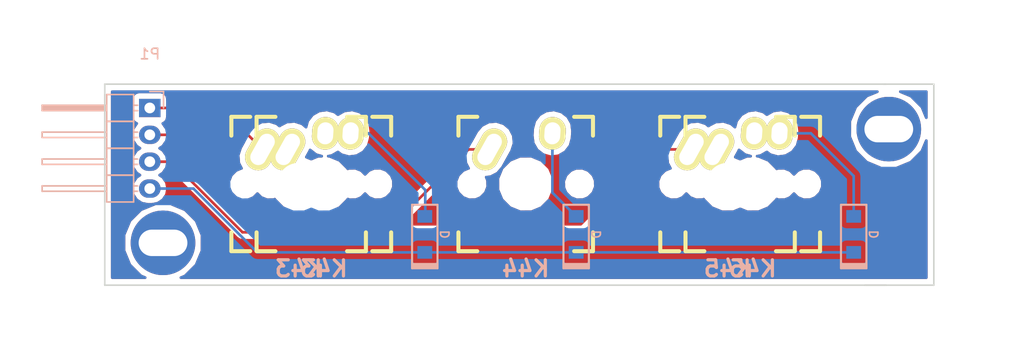
<source format=kicad_pcb>
(kicad_pcb (version 4) (host pcbnew 4.0.5+dfsg1-4)

  (general
    (links 13)
    (no_connects 0)
    (area 86.614287 54.55 186.6 87.950001)
    (thickness 1.6)
    (drawings 12)
    (tracks 33)
    (zones 0)
    (modules 11)
    (nets 8)
  )

  (page A4)
  (layers
    (0 F.Cu signal)
    (31 B.Cu signal)
    (32 B.Adhes user)
    (33 F.Adhes user)
    (34 B.Paste user)
    (35 F.Paste user)
    (36 B.SilkS user)
    (37 F.SilkS user)
    (38 B.Mask user)
    (39 F.Mask user)
    (40 Dwgs.User user)
    (41 Cmts.User user)
    (42 Eco1.User user)
    (43 Eco2.User user)
    (44 Edge.Cuts user)
    (45 Margin user)
    (46 B.CrtYd user)
    (47 F.CrtYd user)
    (48 B.Fab user)
    (49 F.Fab user)
  )

  (setup
    (last_trace_width 0.25)
    (trace_clearance 0.2)
    (zone_clearance 0.508)
    (zone_45_only no)
    (trace_min 0.2)
    (segment_width 0.2)
    (edge_width 0.15)
    (via_size 0.6)
    (via_drill 0.4)
    (via_min_size 0.4)
    (via_min_drill 0.3)
    (uvia_size 0.3)
    (uvia_drill 0.1)
    (uvias_allowed no)
    (uvia_min_size 0.2)
    (uvia_min_drill 0.1)
    (pcb_text_width 0.3)
    (pcb_text_size 1.5 1.5)
    (mod_edge_width 0.15)
    (mod_text_size 1 1)
    (mod_text_width 0.15)
    (pad_size 1.524 1.524)
    (pad_drill 0.762)
    (pad_to_mask_clearance 0.2)
    (aux_axis_origin 0 0)
    (visible_elements FFFFFF7F)
    (pcbplotparams
      (layerselection 0x00030_80000001)
      (usegerberextensions false)
      (excludeedgelayer true)
      (linewidth 0.100000)
      (plotframeref false)
      (viasonmask false)
      (mode 1)
      (useauxorigin false)
      (hpglpennumber 1)
      (hpglpenspeed 20)
      (hpglpendiameter 15)
      (hpglpenoverlay 2)
      (psnegative false)
      (psa4output false)
      (plotreference true)
      (plotvalue true)
      (plotinvisibletext false)
      (padsonsilk false)
      (subtractmaskfromsilk false)
      (outputformat 1)
      (mirror false)
      (drillshape 1)
      (scaleselection 1)
      (outputdirectory ""))
  )

  (net 0 "")
  (net 1 "Net-(D1-Pad2)")
  (net 2 Row4)
  (net 3 "Net-(D2-Pad2)")
  (net 4 "Net-(D3-Pad2)")
  (net 5 Col3)
  (net 6 Col4)
  (net 7 Col5)

  (net_class Default "This is the default net class."
    (clearance 0.2)
    (trace_width 0.25)
    (via_dia 0.6)
    (via_drill 0.4)
    (uvia_dia 0.3)
    (uvia_drill 0.1)
    (add_net Col3)
    (add_net Col4)
    (add_net Col5)
    (add_net "Net-(D1-Pad2)")
    (add_net "Net-(D2-Pad2)")
    (add_net "Net-(D3-Pad2)")
    (add_net Row4)
  )

  (module Footprint:Poker_oval_hole (layer F.Cu) (tedit 53EE2BFE) (tstamp 593CF7F8)
    (at 170 66.25)
    (fp_text reference Poker_oval_hole (at 0 0) (layer F.SilkS) hide
      (effects (font (size 1 1) (thickness 0.15)))
    )
    (fp_text value VAL** (at 0 0) (layer F.SilkS) hide
      (effects (font (size 1 1) (thickness 0.15)))
    )
    (pad "" thru_hole circle (at 0 0) (size 6.1 6.1) (drill oval 4.6 2.5) (layers *.Cu *.Mask))
  )

  (module Footprint:D_SOD123 (layer B.Cu) (tedit 561B69D3) (tstamp 5931545C)
    (at 126.20625 76.2 90)
    (path /59315914)
    (attr smd)
    (fp_text reference D1 (at 0 -1.925 90) (layer B.SilkS) hide
      (effects (font (size 0.8 0.8) (thickness 0.15)) (justify mirror))
    )
    (fp_text value D (at 0 1.925 90) (layer B.SilkS)
      (effects (font (size 0.8 0.8) (thickness 0.15)) (justify mirror))
    )
    (fp_line (start -3.075 -1.2) (end -3.075 1.2) (layer B.SilkS) (width 0.2))
    (fp_line (start -2.8 1.2) (end -2.8 -1.2) (layer B.SilkS) (width 0.2))
    (fp_line (start -2.925 1.2) (end -2.925 -1.2) (layer B.SilkS) (width 0.2))
    (fp_line (start -3.2 1.2) (end 2.8 1.2) (layer B.SilkS) (width 0.2))
    (fp_line (start 2.8 1.2) (end 2.8 -1.2) (layer B.SilkS) (width 0.2))
    (fp_line (start 2.8 -1.2) (end -3.2 -1.2) (layer B.SilkS) (width 0.2))
    (fp_line (start -3.2 -1.2) (end -3.2 1.2) (layer B.SilkS) (width 0.2))
    (pad 2 smd rect (at 1.7 0 90) (size 1.2 1.4) (layers B.Cu B.Paste B.Mask)
      (net 1 "Net-(D1-Pad2)"))
    (pad 1 smd rect (at -1.7 0 90) (size 1.2 1.4) (layers B.Cu B.Paste B.Mask)
      (net 2 Row4))
  )

  (module Footprint:D_SOD123 (layer B.Cu) (tedit 561B69D3) (tstamp 59315462)
    (at 140.49375 76.2 90)
    (path /593159AD)
    (attr smd)
    (fp_text reference D2 (at 0 -1.925 90) (layer B.SilkS) hide
      (effects (font (size 0.8 0.8) (thickness 0.15)) (justify mirror))
    )
    (fp_text value D (at 0 1.925 90) (layer B.SilkS)
      (effects (font (size 0.8 0.8) (thickness 0.15)) (justify mirror))
    )
    (fp_line (start -3.075 -1.2) (end -3.075 1.2) (layer B.SilkS) (width 0.2))
    (fp_line (start -2.8 1.2) (end -2.8 -1.2) (layer B.SilkS) (width 0.2))
    (fp_line (start -2.925 1.2) (end -2.925 -1.2) (layer B.SilkS) (width 0.2))
    (fp_line (start -3.2 1.2) (end 2.8 1.2) (layer B.SilkS) (width 0.2))
    (fp_line (start 2.8 1.2) (end 2.8 -1.2) (layer B.SilkS) (width 0.2))
    (fp_line (start 2.8 -1.2) (end -3.2 -1.2) (layer B.SilkS) (width 0.2))
    (fp_line (start -3.2 -1.2) (end -3.2 1.2) (layer B.SilkS) (width 0.2))
    (pad 2 smd rect (at 1.7 0 90) (size 1.2 1.4) (layers B.Cu B.Paste B.Mask)
      (net 3 "Net-(D2-Pad2)"))
    (pad 1 smd rect (at -1.7 0 90) (size 1.2 1.4) (layers B.Cu B.Paste B.Mask)
      (net 2 Row4))
  )

  (module Footprint:D_SOD123 (layer B.Cu) (tedit 561B69D3) (tstamp 59315468)
    (at 166.6875 76.2 90)
    (path /593159F6)
    (attr smd)
    (fp_text reference D3 (at 0 -1.925 90) (layer B.SilkS) hide
      (effects (font (size 0.8 0.8) (thickness 0.15)) (justify mirror))
    )
    (fp_text value D (at 0 1.925 90) (layer B.SilkS)
      (effects (font (size 0.8 0.8) (thickness 0.15)) (justify mirror))
    )
    (fp_line (start -3.075 -1.2) (end -3.075 1.2) (layer B.SilkS) (width 0.2))
    (fp_line (start -2.8 1.2) (end -2.8 -1.2) (layer B.SilkS) (width 0.2))
    (fp_line (start -2.925 1.2) (end -2.925 -1.2) (layer B.SilkS) (width 0.2))
    (fp_line (start -3.2 1.2) (end 2.8 1.2) (layer B.SilkS) (width 0.2))
    (fp_line (start 2.8 1.2) (end 2.8 -1.2) (layer B.SilkS) (width 0.2))
    (fp_line (start 2.8 -1.2) (end -3.2 -1.2) (layer B.SilkS) (width 0.2))
    (fp_line (start -3.2 -1.2) (end -3.2 1.2) (layer B.SilkS) (width 0.2))
    (pad 2 smd rect (at 1.7 0 90) (size 1.2 1.4) (layers B.Cu B.Paste B.Mask)
      (net 4 "Net-(D3-Pad2)"))
    (pad 1 smd rect (at -1.7 0 90) (size 1.2 1.4) (layers B.Cu B.Paste B.Mask)
      (net 2 Row4))
  )

  (module Footprint:Mx_Alps_100 (layer F.Cu) (tedit 5917035E) (tstamp 59315471)
    (at 116.68125 71.4375)
    (descr MXALPS)
    (tags MXALPS)
    (path /593156D7)
    (fp_text reference K1 (at 0 5) (layer B.SilkS) hide
      (effects (font (size 1 1) (thickness 0.2)) (justify mirror))
    )
    (fp_text value K43 (at 0 8) (layer B.SilkS)
      (effects (font (thickness 0.3048)) (justify mirror))
    )
    (fp_line (start -6.35 -6.35) (end 6.35 -6.35) (layer Cmts.User) (width 0.1524))
    (fp_line (start 6.35 -6.35) (end 6.35 6.35) (layer Cmts.User) (width 0.1524))
    (fp_line (start 6.35 6.35) (end -6.35 6.35) (layer Cmts.User) (width 0.1524))
    (fp_line (start -6.35 6.35) (end -6.35 -6.35) (layer Cmts.User) (width 0.1524))
    (fp_line (start -9.398 -9.398) (end 9.398 -9.398) (layer Dwgs.User) (width 0.1524))
    (fp_line (start 9.398 -9.398) (end 9.398 9.398) (layer Dwgs.User) (width 0.1524))
    (fp_line (start 9.398 9.398) (end -9.398 9.398) (layer Dwgs.User) (width 0.1524))
    (fp_line (start -9.398 9.398) (end -9.398 -9.398) (layer Dwgs.User) (width 0.1524))
    (fp_line (start -6.35 -6.35) (end -4.572 -6.35) (layer F.SilkS) (width 0.381))
    (fp_line (start 4.572 -6.35) (end 6.35 -6.35) (layer F.SilkS) (width 0.381))
    (fp_line (start 6.35 -6.35) (end 6.35 -4.572) (layer F.SilkS) (width 0.381))
    (fp_line (start 6.35 4.572) (end 6.35 6.35) (layer F.SilkS) (width 0.381))
    (fp_line (start 6.35 6.35) (end 4.572 6.35) (layer F.SilkS) (width 0.381))
    (fp_line (start -4.572 6.35) (end -6.35 6.35) (layer F.SilkS) (width 0.381))
    (fp_line (start -6.35 6.35) (end -6.35 4.572) (layer F.SilkS) (width 0.381))
    (fp_line (start -6.35 -4.572) (end -6.35 -6.35) (layer F.SilkS) (width 0.381))
    (fp_line (start -6.985 -6.985) (end 6.985 -6.985) (layer Eco2.User) (width 0.1524))
    (fp_line (start 6.985 -6.985) (end 6.985 6.985) (layer Eco2.User) (width 0.1524))
    (fp_line (start 6.985 6.985) (end -6.985 6.985) (layer Eco2.User) (width 0.1524))
    (fp_line (start -6.985 6.985) (end -6.985 -6.985) (layer Eco2.User) (width 0.1524))
    (fp_line (start -7.75 6.4) (end -7.75 -6.4) (layer Dwgs.User) (width 0.3))
    (fp_line (start -7.75 6.4) (end 7.75 6.4) (layer Dwgs.User) (width 0.3))
    (fp_line (start 7.75 6.4) (end 7.75 -6.4) (layer Dwgs.User) (width 0.3))
    (fp_line (start 7.75 -6.4) (end -7.75 -6.4) (layer Dwgs.User) (width 0.3))
    (fp_line (start -7.62 -7.62) (end 7.62 -7.62) (layer Dwgs.User) (width 0.3))
    (fp_line (start 7.62 -7.62) (end 7.62 7.62) (layer Dwgs.User) (width 0.3))
    (fp_line (start 7.62 7.62) (end -7.62 7.62) (layer Dwgs.User) (width 0.3))
    (fp_line (start -7.62 7.62) (end -7.62 -7.62) (layer Dwgs.User) (width 0.3))
    (pad HOLE np_thru_hole circle (at 0 0) (size 3.9878 3.9878) (drill 3.9878) (layers *.Cu))
    (pad HOLE np_thru_hole circle (at -5.08 0) (size 1.7018 1.7018) (drill 1.7018) (layers *.Cu))
    (pad HOLE np_thru_hole circle (at 5.08 0) (size 1.7018 1.7018) (drill 1.7018) (layers *.Cu))
    (pad 1 thru_hole oval (at -3.405 -3.27 330.95) (size 2.5 4.17) (drill oval 1.5 3.17) (layers *.Cu *.Mask F.SilkS)
      (net 5 Col3))
    (pad 2 thru_hole oval (at 2.52 -4.79 356.1) (size 2.5 3.08) (drill oval 1.5 2.08) (layers *.Cu *.Mask F.SilkS)
      (net 1 "Net-(D1-Pad2)"))
    (model ../../../../../home/dbroqua/Webstorm/dbroqua/DK60/Footprint/3D/Mx_Alps_100.wrl
      (at (xyz 0 0 -0.02))
      (scale (xyz 0.4 0.4 0.4))
      (rotate (xyz 0 180 0))
    )
  )

  (module Footprint:Mx_Alps_125 (layer F.Cu) (tedit 591703D1) (tstamp 5931547A)
    (at 114.3 71.4375)
    (descr MXALPS)
    (tags MXALPS)
    (path /59315811)
    (fp_text reference K2 (at 0 4) (layer B.SilkS) hide
      (effects (font (size 1 1) (thickness 0.2)) (justify mirror))
    )
    (fp_text value K43 (at 0 8) (layer B.SilkS)
      (effects (font (thickness 0.3048)) (justify mirror))
    )
    (fp_line (start -6.35 -6.35) (end 6.35 -6.35) (layer Cmts.User) (width 0.1524))
    (fp_line (start 6.35 -6.35) (end 6.35 6.35) (layer Cmts.User) (width 0.1524))
    (fp_line (start 6.35 6.35) (end -6.35 6.35) (layer Cmts.User) (width 0.1524))
    (fp_line (start -6.35 6.35) (end -6.35 -6.35) (layer Cmts.User) (width 0.1524))
    (fp_line (start -11.78052 -9.398) (end 11.78052 -9.398) (layer Dwgs.User) (width 0.1524))
    (fp_line (start 11.78052 -9.398) (end 11.78052 9.398) (layer Dwgs.User) (width 0.1524))
    (fp_line (start 11.78052 9.398) (end -11.78052 9.398) (layer Dwgs.User) (width 0.1524))
    (fp_line (start -11.78052 9.398) (end -11.78052 -9.398) (layer Dwgs.User) (width 0.1524))
    (fp_line (start -6.35 -6.35) (end -4.572 -6.35) (layer F.SilkS) (width 0.381))
    (fp_line (start 4.572 -6.35) (end 6.35 -6.35) (layer F.SilkS) (width 0.381))
    (fp_line (start 6.35 -6.35) (end 6.35 -4.572) (layer F.SilkS) (width 0.381))
    (fp_line (start 6.35 4.572) (end 6.35 6.35) (layer F.SilkS) (width 0.381))
    (fp_line (start 6.35 6.35) (end 4.572 6.35) (layer F.SilkS) (width 0.381))
    (fp_line (start -4.572 6.35) (end -6.35 6.35) (layer F.SilkS) (width 0.381))
    (fp_line (start -6.35 6.35) (end -6.35 4.572) (layer F.SilkS) (width 0.381))
    (fp_line (start -6.35 -4.572) (end -6.35 -6.35) (layer F.SilkS) (width 0.381))
    (fp_line (start -6.985 -6.985) (end 6.985 -6.985) (layer Eco2.User) (width 0.1524))
    (fp_line (start 6.985 -6.985) (end 6.985 6.985) (layer Eco2.User) (width 0.1524))
    (fp_line (start 6.985 6.985) (end -6.985 6.985) (layer Eco2.User) (width 0.1524))
    (fp_line (start -6.985 6.985) (end -6.985 -6.985) (layer Eco2.User) (width 0.1524))
    (fp_line (start -7.75 6.4) (end -7.75 -6.4) (layer Dwgs.User) (width 0.3))
    (fp_line (start -7.75 6.4) (end 7.75 6.4) (layer Dwgs.User) (width 0.3))
    (fp_line (start 7.75 6.4) (end 7.75 -6.4) (layer Dwgs.User) (width 0.3))
    (fp_line (start 7.75 -6.4) (end -7.75 -6.4) (layer Dwgs.User) (width 0.3))
    (fp_line (start -7.62 -7.62) (end 7.62 -7.62) (layer Dwgs.User) (width 0.3))
    (fp_line (start 7.62 -7.62) (end 7.62 7.62) (layer Dwgs.User) (width 0.3))
    (fp_line (start 7.62 7.62) (end -7.62 7.62) (layer Dwgs.User) (width 0.3))
    (fp_line (start -7.62 7.62) (end -7.62 -7.62) (layer Dwgs.User) (width 0.3))
    (pad HOLE np_thru_hole circle (at 0 0) (size 3.9878 3.9878) (drill 3.9878) (layers *.Cu))
    (pad HOLE np_thru_hole circle (at -5.08 0) (size 1.7018 1.7018) (drill 1.7018) (layers *.Cu))
    (pad HOLE np_thru_hole circle (at 5.08 0) (size 1.7018 1.7018) (drill 1.7018) (layers *.Cu))
    (pad 1 thru_hole oval (at -3.405 -3.27 330.95) (size 2.5 4.17) (drill oval 1.5 3.17) (layers *.Cu *.Mask F.SilkS)
      (net 5 Col3))
    (pad 2 thru_hole oval (at 2.52 -4.79 356.1) (size 2.5 3.08) (drill oval 1.5 2.08) (layers *.Cu *.Mask F.SilkS)
      (net 1 "Net-(D1-Pad2)"))
    (model ../../../../../home/dbroqua/Webstorm/dbroqua/DK60/Footprint/3D/Mx_Alps_100.wrl
      (at (xyz 0 0 -0.02))
      (scale (xyz 0.4 0.4 0.4))
      (rotate (xyz 0 180 0))
    )
  )

  (module Footprint:Mx_Alps_100 (layer F.Cu) (tedit 5917035E) (tstamp 59315483)
    (at 135.73125 71.4375)
    (descr MXALPS)
    (tags MXALPS)
    (path /5931582D)
    (fp_text reference K3 (at 0 5) (layer B.SilkS) hide
      (effects (font (size 1 1) (thickness 0.2)) (justify mirror))
    )
    (fp_text value K44 (at 0 8) (layer B.SilkS)
      (effects (font (thickness 0.3048)) (justify mirror))
    )
    (fp_line (start -6.35 -6.35) (end 6.35 -6.35) (layer Cmts.User) (width 0.1524))
    (fp_line (start 6.35 -6.35) (end 6.35 6.35) (layer Cmts.User) (width 0.1524))
    (fp_line (start 6.35 6.35) (end -6.35 6.35) (layer Cmts.User) (width 0.1524))
    (fp_line (start -6.35 6.35) (end -6.35 -6.35) (layer Cmts.User) (width 0.1524))
    (fp_line (start -9.398 -9.398) (end 9.398 -9.398) (layer Dwgs.User) (width 0.1524))
    (fp_line (start 9.398 -9.398) (end 9.398 9.398) (layer Dwgs.User) (width 0.1524))
    (fp_line (start 9.398 9.398) (end -9.398 9.398) (layer Dwgs.User) (width 0.1524))
    (fp_line (start -9.398 9.398) (end -9.398 -9.398) (layer Dwgs.User) (width 0.1524))
    (fp_line (start -6.35 -6.35) (end -4.572 -6.35) (layer F.SilkS) (width 0.381))
    (fp_line (start 4.572 -6.35) (end 6.35 -6.35) (layer F.SilkS) (width 0.381))
    (fp_line (start 6.35 -6.35) (end 6.35 -4.572) (layer F.SilkS) (width 0.381))
    (fp_line (start 6.35 4.572) (end 6.35 6.35) (layer F.SilkS) (width 0.381))
    (fp_line (start 6.35 6.35) (end 4.572 6.35) (layer F.SilkS) (width 0.381))
    (fp_line (start -4.572 6.35) (end -6.35 6.35) (layer F.SilkS) (width 0.381))
    (fp_line (start -6.35 6.35) (end -6.35 4.572) (layer F.SilkS) (width 0.381))
    (fp_line (start -6.35 -4.572) (end -6.35 -6.35) (layer F.SilkS) (width 0.381))
    (fp_line (start -6.985 -6.985) (end 6.985 -6.985) (layer Eco2.User) (width 0.1524))
    (fp_line (start 6.985 -6.985) (end 6.985 6.985) (layer Eco2.User) (width 0.1524))
    (fp_line (start 6.985 6.985) (end -6.985 6.985) (layer Eco2.User) (width 0.1524))
    (fp_line (start -6.985 6.985) (end -6.985 -6.985) (layer Eco2.User) (width 0.1524))
    (fp_line (start -7.75 6.4) (end -7.75 -6.4) (layer Dwgs.User) (width 0.3))
    (fp_line (start -7.75 6.4) (end 7.75 6.4) (layer Dwgs.User) (width 0.3))
    (fp_line (start 7.75 6.4) (end 7.75 -6.4) (layer Dwgs.User) (width 0.3))
    (fp_line (start 7.75 -6.4) (end -7.75 -6.4) (layer Dwgs.User) (width 0.3))
    (fp_line (start -7.62 -7.62) (end 7.62 -7.62) (layer Dwgs.User) (width 0.3))
    (fp_line (start 7.62 -7.62) (end 7.62 7.62) (layer Dwgs.User) (width 0.3))
    (fp_line (start 7.62 7.62) (end -7.62 7.62) (layer Dwgs.User) (width 0.3))
    (fp_line (start -7.62 7.62) (end -7.62 -7.62) (layer Dwgs.User) (width 0.3))
    (pad HOLE np_thru_hole circle (at 0 0) (size 3.9878 3.9878) (drill 3.9878) (layers *.Cu))
    (pad HOLE np_thru_hole circle (at -5.08 0) (size 1.7018 1.7018) (drill 1.7018) (layers *.Cu))
    (pad HOLE np_thru_hole circle (at 5.08 0) (size 1.7018 1.7018) (drill 1.7018) (layers *.Cu))
    (pad 1 thru_hole oval (at -3.405 -3.27 330.95) (size 2.5 4.17) (drill oval 1.5 3.17) (layers *.Cu *.Mask F.SilkS)
      (net 6 Col4))
    (pad 2 thru_hole oval (at 2.52 -4.79 356.1) (size 2.5 3.08) (drill oval 1.5 2.08) (layers *.Cu *.Mask F.SilkS)
      (net 3 "Net-(D2-Pad2)"))
    (model ../../../../../home/dbroqua/Webstorm/dbroqua/DK60/Footprint/3D/Mx_Alps_100.wrl
      (at (xyz 0 0 -0.02))
      (scale (xyz 0.4 0.4 0.4))
      (rotate (xyz 0 180 0))
    )
  )

  (module Footprint:Mx_Alps_100 (layer F.Cu) (tedit 5917035E) (tstamp 5931548C)
    (at 154.78125 71.4375)
    (descr MXALPS)
    (tags MXALPS)
    (path /593158A2)
    (fp_text reference K4 (at 0 5) (layer B.SilkS) hide
      (effects (font (size 1 1) (thickness 0.2)) (justify mirror))
    )
    (fp_text value K45 (at 0 8) (layer B.SilkS)
      (effects (font (thickness 0.3048)) (justify mirror))
    )
    (fp_line (start -6.35 -6.35) (end 6.35 -6.35) (layer Cmts.User) (width 0.1524))
    (fp_line (start 6.35 -6.35) (end 6.35 6.35) (layer Cmts.User) (width 0.1524))
    (fp_line (start 6.35 6.35) (end -6.35 6.35) (layer Cmts.User) (width 0.1524))
    (fp_line (start -6.35 6.35) (end -6.35 -6.35) (layer Cmts.User) (width 0.1524))
    (fp_line (start -9.398 -9.398) (end 9.398 -9.398) (layer Dwgs.User) (width 0.1524))
    (fp_line (start 9.398 -9.398) (end 9.398 9.398) (layer Dwgs.User) (width 0.1524))
    (fp_line (start 9.398 9.398) (end -9.398 9.398) (layer Dwgs.User) (width 0.1524))
    (fp_line (start -9.398 9.398) (end -9.398 -9.398) (layer Dwgs.User) (width 0.1524))
    (fp_line (start -6.35 -6.35) (end -4.572 -6.35) (layer F.SilkS) (width 0.381))
    (fp_line (start 4.572 -6.35) (end 6.35 -6.35) (layer F.SilkS) (width 0.381))
    (fp_line (start 6.35 -6.35) (end 6.35 -4.572) (layer F.SilkS) (width 0.381))
    (fp_line (start 6.35 4.572) (end 6.35 6.35) (layer F.SilkS) (width 0.381))
    (fp_line (start 6.35 6.35) (end 4.572 6.35) (layer F.SilkS) (width 0.381))
    (fp_line (start -4.572 6.35) (end -6.35 6.35) (layer F.SilkS) (width 0.381))
    (fp_line (start -6.35 6.35) (end -6.35 4.572) (layer F.SilkS) (width 0.381))
    (fp_line (start -6.35 -4.572) (end -6.35 -6.35) (layer F.SilkS) (width 0.381))
    (fp_line (start -6.985 -6.985) (end 6.985 -6.985) (layer Eco2.User) (width 0.1524))
    (fp_line (start 6.985 -6.985) (end 6.985 6.985) (layer Eco2.User) (width 0.1524))
    (fp_line (start 6.985 6.985) (end -6.985 6.985) (layer Eco2.User) (width 0.1524))
    (fp_line (start -6.985 6.985) (end -6.985 -6.985) (layer Eco2.User) (width 0.1524))
    (fp_line (start -7.75 6.4) (end -7.75 -6.4) (layer Dwgs.User) (width 0.3))
    (fp_line (start -7.75 6.4) (end 7.75 6.4) (layer Dwgs.User) (width 0.3))
    (fp_line (start 7.75 6.4) (end 7.75 -6.4) (layer Dwgs.User) (width 0.3))
    (fp_line (start 7.75 -6.4) (end -7.75 -6.4) (layer Dwgs.User) (width 0.3))
    (fp_line (start -7.62 -7.62) (end 7.62 -7.62) (layer Dwgs.User) (width 0.3))
    (fp_line (start 7.62 -7.62) (end 7.62 7.62) (layer Dwgs.User) (width 0.3))
    (fp_line (start 7.62 7.62) (end -7.62 7.62) (layer Dwgs.User) (width 0.3))
    (fp_line (start -7.62 7.62) (end -7.62 -7.62) (layer Dwgs.User) (width 0.3))
    (pad HOLE np_thru_hole circle (at 0 0) (size 3.9878 3.9878) (drill 3.9878) (layers *.Cu))
    (pad HOLE np_thru_hole circle (at -5.08 0) (size 1.7018 1.7018) (drill 1.7018) (layers *.Cu))
    (pad HOLE np_thru_hole circle (at 5.08 0) (size 1.7018 1.7018) (drill 1.7018) (layers *.Cu))
    (pad 1 thru_hole oval (at -3.405 -3.27 330.95) (size 2.5 4.17) (drill oval 1.5 3.17) (layers *.Cu *.Mask F.SilkS)
      (net 7 Col5))
    (pad 2 thru_hole oval (at 2.52 -4.79 356.1) (size 2.5 3.08) (drill oval 1.5 2.08) (layers *.Cu *.Mask F.SilkS)
      (net 4 "Net-(D3-Pad2)"))
    (model ../../../../../home/dbroqua/Webstorm/dbroqua/DK60/Footprint/3D/Mx_Alps_100.wrl
      (at (xyz 0 0 -0.02))
      (scale (xyz 0.4 0.4 0.4))
      (rotate (xyz 0 180 0))
    )
  )

  (module Footprint:Mx_Alps_125 (layer F.Cu) (tedit 591703D1) (tstamp 59315495)
    (at 157.1625 71.4375)
    (descr MXALPS)
    (tags MXALPS)
    (path /593158F2)
    (fp_text reference K5 (at 0 4) (layer B.SilkS) hide
      (effects (font (size 1 1) (thickness 0.2)) (justify mirror))
    )
    (fp_text value K45 (at 0 8) (layer B.SilkS)
      (effects (font (thickness 0.3048)) (justify mirror))
    )
    (fp_line (start -6.35 -6.35) (end 6.35 -6.35) (layer Cmts.User) (width 0.1524))
    (fp_line (start 6.35 -6.35) (end 6.35 6.35) (layer Cmts.User) (width 0.1524))
    (fp_line (start 6.35 6.35) (end -6.35 6.35) (layer Cmts.User) (width 0.1524))
    (fp_line (start -6.35 6.35) (end -6.35 -6.35) (layer Cmts.User) (width 0.1524))
    (fp_line (start -11.78052 -9.398) (end 11.78052 -9.398) (layer Dwgs.User) (width 0.1524))
    (fp_line (start 11.78052 -9.398) (end 11.78052 9.398) (layer Dwgs.User) (width 0.1524))
    (fp_line (start 11.78052 9.398) (end -11.78052 9.398) (layer Dwgs.User) (width 0.1524))
    (fp_line (start -11.78052 9.398) (end -11.78052 -9.398) (layer Dwgs.User) (width 0.1524))
    (fp_line (start -6.35 -6.35) (end -4.572 -6.35) (layer F.SilkS) (width 0.381))
    (fp_line (start 4.572 -6.35) (end 6.35 -6.35) (layer F.SilkS) (width 0.381))
    (fp_line (start 6.35 -6.35) (end 6.35 -4.572) (layer F.SilkS) (width 0.381))
    (fp_line (start 6.35 4.572) (end 6.35 6.35) (layer F.SilkS) (width 0.381))
    (fp_line (start 6.35 6.35) (end 4.572 6.35) (layer F.SilkS) (width 0.381))
    (fp_line (start -4.572 6.35) (end -6.35 6.35) (layer F.SilkS) (width 0.381))
    (fp_line (start -6.35 6.35) (end -6.35 4.572) (layer F.SilkS) (width 0.381))
    (fp_line (start -6.35 -4.572) (end -6.35 -6.35) (layer F.SilkS) (width 0.381))
    (fp_line (start -6.985 -6.985) (end 6.985 -6.985) (layer Eco2.User) (width 0.1524))
    (fp_line (start 6.985 -6.985) (end 6.985 6.985) (layer Eco2.User) (width 0.1524))
    (fp_line (start 6.985 6.985) (end -6.985 6.985) (layer Eco2.User) (width 0.1524))
    (fp_line (start -6.985 6.985) (end -6.985 -6.985) (layer Eco2.User) (width 0.1524))
    (fp_line (start -7.75 6.4) (end -7.75 -6.4) (layer Dwgs.User) (width 0.3))
    (fp_line (start -7.75 6.4) (end 7.75 6.4) (layer Dwgs.User) (width 0.3))
    (fp_line (start 7.75 6.4) (end 7.75 -6.4) (layer Dwgs.User) (width 0.3))
    (fp_line (start 7.75 -6.4) (end -7.75 -6.4) (layer Dwgs.User) (width 0.3))
    (fp_line (start -7.62 -7.62) (end 7.62 -7.62) (layer Dwgs.User) (width 0.3))
    (fp_line (start 7.62 -7.62) (end 7.62 7.62) (layer Dwgs.User) (width 0.3))
    (fp_line (start 7.62 7.62) (end -7.62 7.62) (layer Dwgs.User) (width 0.3))
    (fp_line (start -7.62 7.62) (end -7.62 -7.62) (layer Dwgs.User) (width 0.3))
    (pad HOLE np_thru_hole circle (at 0 0) (size 3.9878 3.9878) (drill 3.9878) (layers *.Cu))
    (pad HOLE np_thru_hole circle (at -5.08 0) (size 1.7018 1.7018) (drill 1.7018) (layers *.Cu))
    (pad HOLE np_thru_hole circle (at 5.08 0) (size 1.7018 1.7018) (drill 1.7018) (layers *.Cu))
    (pad 1 thru_hole oval (at -3.405 -3.27 330.95) (size 2.5 4.17) (drill oval 1.5 3.17) (layers *.Cu *.Mask F.SilkS)
      (net 7 Col5))
    (pad 2 thru_hole oval (at 2.52 -4.79 356.1) (size 2.5 3.08) (drill oval 1.5 2.08) (layers *.Cu *.Mask F.SilkS)
      (net 4 "Net-(D3-Pad2)"))
    (model ../../../../../home/dbroqua/Webstorm/dbroqua/DK60/Footprint/3D/Mx_Alps_100.wrl
      (at (xyz 0 0 -0.02))
      (scale (xyz 0.4 0.4 0.4))
      (rotate (xyz 0 180 0))
    )
  )

  (module Pin_Headers:Pin_Header_Angled_1x04 (layer B.Cu) (tedit 0) (tstamp 593155A4)
    (at 100.25 64.25 180)
    (descr "Through hole pin header")
    (tags "pin header")
    (path /59315D1F)
    (fp_text reference P1 (at 0 5.1 180) (layer B.SilkS)
      (effects (font (size 1 1) (thickness 0.15)) (justify mirror))
    )
    (fp_text value CONN_01X04 (at 0 3.1 180) (layer B.Fab)
      (effects (font (size 1 1) (thickness 0.15)) (justify mirror))
    )
    (fp_line (start -1.5 1.75) (end -1.5 -9.4) (layer B.CrtYd) (width 0.05))
    (fp_line (start 10.65 1.75) (end 10.65 -9.4) (layer B.CrtYd) (width 0.05))
    (fp_line (start -1.5 1.75) (end 10.65 1.75) (layer B.CrtYd) (width 0.05))
    (fp_line (start -1.5 -9.4) (end 10.65 -9.4) (layer B.CrtYd) (width 0.05))
    (fp_line (start -1.3 1.55) (end -1.3 0) (layer B.SilkS) (width 0.15))
    (fp_line (start 0 1.55) (end -1.3 1.55) (layer B.SilkS) (width 0.15))
    (fp_line (start 4.191 0.127) (end 10.033 0.127) (layer B.SilkS) (width 0.15))
    (fp_line (start 10.033 0.127) (end 10.033 -0.127) (layer B.SilkS) (width 0.15))
    (fp_line (start 10.033 -0.127) (end 4.191 -0.127) (layer B.SilkS) (width 0.15))
    (fp_line (start 4.191 -0.127) (end 4.191 0) (layer B.SilkS) (width 0.15))
    (fp_line (start 4.191 0) (end 10.033 0) (layer B.SilkS) (width 0.15))
    (fp_line (start 1.524 0.254) (end 1.143 0.254) (layer B.SilkS) (width 0.15))
    (fp_line (start 1.524 -0.254) (end 1.143 -0.254) (layer B.SilkS) (width 0.15))
    (fp_line (start 1.524 -2.286) (end 1.143 -2.286) (layer B.SilkS) (width 0.15))
    (fp_line (start 1.524 -2.794) (end 1.143 -2.794) (layer B.SilkS) (width 0.15))
    (fp_line (start 1.524 -4.826) (end 1.143 -4.826) (layer B.SilkS) (width 0.15))
    (fp_line (start 1.524 -5.334) (end 1.143 -5.334) (layer B.SilkS) (width 0.15))
    (fp_line (start 1.524 -7.874) (end 1.143 -7.874) (layer B.SilkS) (width 0.15))
    (fp_line (start 1.524 -7.366) (end 1.143 -7.366) (layer B.SilkS) (width 0.15))
    (fp_line (start 1.524 1.27) (end 4.064 1.27) (layer B.SilkS) (width 0.15))
    (fp_line (start 1.524 -1.27) (end 4.064 -1.27) (layer B.SilkS) (width 0.15))
    (fp_line (start 1.524 -1.27) (end 1.524 -3.81) (layer B.SilkS) (width 0.15))
    (fp_line (start 1.524 -3.81) (end 4.064 -3.81) (layer B.SilkS) (width 0.15))
    (fp_line (start 4.064 -2.286) (end 10.16 -2.286) (layer B.SilkS) (width 0.15))
    (fp_line (start 10.16 -2.286) (end 10.16 -2.794) (layer B.SilkS) (width 0.15))
    (fp_line (start 10.16 -2.794) (end 4.064 -2.794) (layer B.SilkS) (width 0.15))
    (fp_line (start 4.064 -3.81) (end 4.064 -1.27) (layer B.SilkS) (width 0.15))
    (fp_line (start 4.064 -1.27) (end 4.064 1.27) (layer B.SilkS) (width 0.15))
    (fp_line (start 10.16 -0.254) (end 4.064 -0.254) (layer B.SilkS) (width 0.15))
    (fp_line (start 10.16 0.254) (end 10.16 -0.254) (layer B.SilkS) (width 0.15))
    (fp_line (start 4.064 0.254) (end 10.16 0.254) (layer B.SilkS) (width 0.15))
    (fp_line (start 1.524 -1.27) (end 4.064 -1.27) (layer B.SilkS) (width 0.15))
    (fp_line (start 1.524 1.27) (end 1.524 -1.27) (layer B.SilkS) (width 0.15))
    (fp_line (start 1.524 -6.35) (end 4.064 -6.35) (layer B.SilkS) (width 0.15))
    (fp_line (start 1.524 -6.35) (end 1.524 -8.89) (layer B.SilkS) (width 0.15))
    (fp_line (start 1.524 -8.89) (end 4.064 -8.89) (layer B.SilkS) (width 0.15))
    (fp_line (start 4.064 -7.366) (end 10.16 -7.366) (layer B.SilkS) (width 0.15))
    (fp_line (start 10.16 -7.366) (end 10.16 -7.874) (layer B.SilkS) (width 0.15))
    (fp_line (start 10.16 -7.874) (end 4.064 -7.874) (layer B.SilkS) (width 0.15))
    (fp_line (start 4.064 -8.89) (end 4.064 -6.35) (layer B.SilkS) (width 0.15))
    (fp_line (start 4.064 -6.35) (end 4.064 -3.81) (layer B.SilkS) (width 0.15))
    (fp_line (start 10.16 -5.334) (end 4.064 -5.334) (layer B.SilkS) (width 0.15))
    (fp_line (start 10.16 -4.826) (end 10.16 -5.334) (layer B.SilkS) (width 0.15))
    (fp_line (start 4.064 -4.826) (end 10.16 -4.826) (layer B.SilkS) (width 0.15))
    (fp_line (start 1.524 -6.35) (end 4.064 -6.35) (layer B.SilkS) (width 0.15))
    (fp_line (start 1.524 -3.81) (end 1.524 -6.35) (layer B.SilkS) (width 0.15))
    (fp_line (start 1.524 -3.81) (end 4.064 -3.81) (layer B.SilkS) (width 0.15))
    (pad 1 thru_hole rect (at 0 0 180) (size 2.032 1.7272) (drill 1.016) (layers *.Cu *.Mask)
      (net 5 Col3))
    (pad 2 thru_hole oval (at 0 -2.54 180) (size 2.032 1.7272) (drill 1.016) (layers *.Cu *.Mask)
      (net 6 Col4))
    (pad 3 thru_hole oval (at 0 -5.08 180) (size 2.032 1.7272) (drill 1.016) (layers *.Cu *.Mask)
      (net 7 Col5))
    (pad 4 thru_hole oval (at 0 -7.62 180) (size 2.032 1.7272) (drill 1.016) (layers *.Cu *.Mask)
      (net 2 Row4))
    (model Pin_Headers.3dshapes/Pin_Header_Angled_1x04.wrl
      (at (xyz 0 -0.15 0))
      (scale (xyz 1 1 1))
      (rotate (xyz 0 0 90))
    )
  )

  (module Footprint:Poker_oval_hole (layer F.Cu) (tedit 53EE2BFE) (tstamp 5931561D)
    (at 101.5 77)
    (fp_text reference Poker_oval_hole (at 0 0) (layer F.SilkS) hide
      (effects (font (size 1 1) (thickness 0.15)))
    )
    (fp_text value VAL** (at 0 0) (layer F.SilkS) hide
      (effects (font (size 1 1) (thickness 0.15)))
    )
    (pad "" thru_hole circle (at 0 0) (size 6.1 6.1) (drill oval 4.6 2.5) (layers *.Cu *.Mask))
  )

  (dimension 4 (width 0.3) (layer Cmts.User)
    (gr_text "4.000 mm" (at 92.4 79 270) (layer Cmts.User)
      (effects (font (size 1.5 1.5) (thickness 0.3)))
    )
    (feature1 (pts (xy 101.5 81) (xy 91.05 81)))
    (feature2 (pts (xy 101.5 77) (xy 91.05 77)))
    (crossbar (pts (xy 93.75 77) (xy 93.75 81)))
    (arrow1a (pts (xy 93.75 81) (xy 93.163579 79.873496)))
    (arrow1b (pts (xy 93.75 81) (xy 94.336421 79.873496)))
    (arrow2a (pts (xy 93.75 77) (xy 93.163579 78.126504)))
    (arrow2b (pts (xy 93.75 77) (xy 94.336421 78.126504)))
  )
  (dimension 5.5 (width 0.3) (layer Cmts.User)
    (gr_text "5.500 mm" (at 98.75 86.6) (layer Cmts.User)
      (effects (font (size 1.5 1.5) (thickness 0.3)))
    )
    (feature1 (pts (xy 96 77) (xy 96 87.95)))
    (feature2 (pts (xy 101.5 77) (xy 101.5 87.95)))
    (crossbar (pts (xy 101.5 85.25) (xy 96 85.25)))
    (arrow1a (pts (xy 96 85.25) (xy 97.126504 84.663579)))
    (arrow1b (pts (xy 96 85.25) (xy 97.126504 85.836421)))
    (arrow2a (pts (xy 101.5 85.25) (xy 100.373496 84.663579)))
    (arrow2b (pts (xy 101.5 85.25) (xy 100.373496 85.836421)))
  )
  (dimension 4.25 (width 0.3) (layer Cmts.User)
    (gr_text "4.250 mm" (at 172.125 58.9) (layer Cmts.User)
      (effects (font (size 1.5 1.5) (thickness 0.3)))
    )
    (feature1 (pts (xy 174.25 66.25) (xy 174.25 57.55)))
    (feature2 (pts (xy 170 66.25) (xy 170 57.55)))
    (crossbar (pts (xy 170 60.25) (xy 174.25 60.25)))
    (arrow1a (pts (xy 174.25 60.25) (xy 173.123496 60.836421)))
    (arrow1b (pts (xy 174.25 60.25) (xy 173.123496 59.663579)))
    (arrow2a (pts (xy 170 60.25) (xy 171.126504 60.836421)))
    (arrow2b (pts (xy 170 60.25) (xy 171.126504 59.663579)))
  )
  (dimension 4.25 (width 0.3) (layer Cmts.User)
    (gr_text "4.250 mm" (at 176.25 72.25 90) (layer Cmts.User)
      (effects (font (size 1.5 1.5) (thickness 0.3)))
    )
    (feature1 (pts (xy 170 62) (xy 178.7 62)))
    (feature2 (pts (xy 170 66.25) (xy 178.7 66.25)))
    (crossbar (pts (xy 176 66.25) (xy 176 62)))
    (arrow1a (pts (xy 176 62) (xy 176.586421 63.126504)))
    (arrow1b (pts (xy 176 62) (xy 175.413579 63.126504)))
    (arrow2a (pts (xy 176 66.25) (xy 176.586421 65.123496)))
    (arrow2b (pts (xy 176 66.25) (xy 175.413579 65.123496)))
  )
  (dimension 19 (width 0.3) (layer Cmts.User)
    (gr_text "19.000 mm" (at 180.1 71.5 270) (layer Cmts.User)
      (effects (font (size 1.5 1.5) (thickness 0.3)))
    )
    (feature1 (pts (xy 174.25 81) (xy 181.45 81)))
    (feature2 (pts (xy 174.25 62) (xy 181.45 62)))
    (crossbar (pts (xy 178.75 62) (xy 178.75 81)))
    (arrow1a (pts (xy 178.75 81) (xy 178.163579 79.873496)))
    (arrow1b (pts (xy 178.75 81) (xy 179.336421 79.873496)))
    (arrow2a (pts (xy 178.75 62) (xy 178.163579 63.126504)))
    (arrow2b (pts (xy 178.75 62) (xy 179.336421 63.126504)))
  )
  (dimension 78.25 (width 0.3) (layer Cmts.User)
    (gr_text "78.250 mm" (at 135.125 55.9) (layer Cmts.User)
      (effects (font (size 1.5 1.5) (thickness 0.3)))
    )
    (feature1 (pts (xy 174.25 62) (xy 174.25 54.55)))
    (feature2 (pts (xy 96 62) (xy 96 54.55)))
    (crossbar (pts (xy 96 57.25) (xy 174.25 57.25)))
    (arrow1a (pts (xy 174.25 57.25) (xy 173.123496 57.836421)))
    (arrow1b (pts (xy 174.25 57.25) (xy 173.123496 56.663579)))
    (arrow2a (pts (xy 96 57.25) (xy 97.126504 57.836421)))
    (arrow2b (pts (xy 96 57.25) (xy 97.126504 56.663579)))
  )
  (gr_line (start 174.25 81) (end 167.75 81) (angle 90) (layer Edge.Cuts) (width 0.15))
  (gr_line (start 174.25 62) (end 174.25 81) (angle 90) (layer Edge.Cuts) (width 0.15))
  (gr_line (start 169.5 62) (end 174.25 62) (angle 90) (layer Edge.Cuts) (width 0.15))
  (gr_line (start 96 81) (end 96 62) (angle 90) (layer Edge.Cuts) (width 0.15))
  (gr_line (start 169.75 81) (end 96 81) (angle 90) (layer Edge.Cuts) (width 0.15))
  (gr_line (start 96 62) (end 169.75 62) (angle 90) (layer Edge.Cuts) (width 0.15))

  (segment (start 116.82 66.6475) (end 119.20125 66.6475) (width 0.25) (layer B.Cu) (net 1))
  (segment (start 119.20125 66.6475) (end 120.8975 66.6475) (width 0.25) (layer B.Cu) (net 1))
  (segment (start 120.8975 66.6475) (end 126.25 72) (width 0.25) (layer B.Cu) (net 1) (tstamp 593154E8))
  (segment (start 126.25 72) (end 126.25 74.25) (width 0.25) (layer B.Cu) (net 1) (tstamp 593154EA))
  (segment (start 126.20625 77.9) (end 110.4 77.9) (width 0.25) (layer B.Cu) (net 2))
  (segment (start 104.37 71.87) (end 100.25 71.87) (width 0.25) (layer B.Cu) (net 2) (tstamp 5931560A))
  (segment (start 110.4 77.9) (end 104.37 71.87) (width 0.25) (layer B.Cu) (net 2) (tstamp 59315608))
  (segment (start 140.49375 77.9) (end 166.6875 77.9) (width 0.25) (layer B.Cu) (net 2))
  (segment (start 126.20625 77.9) (end 140.49375 77.9) (width 0.25) (layer B.Cu) (net 2))
  (segment (start 138.25125 66.6475) (end 138.25125 72.2575) (width 0.25) (layer B.Cu) (net 3))
  (segment (start 138.25125 72.2575) (end 140.49375 74.5) (width 0.25) (layer B.Cu) (net 3) (tstamp 5931554F))
  (segment (start 159.6825 66.6475) (end 162.6475 66.6475) (width 0.25) (layer B.Cu) (net 4))
  (segment (start 166.6875 70.6875) (end 166.6875 74.5) (width 0.25) (layer B.Cu) (net 4) (tstamp 5931563C))
  (segment (start 162.6475 66.6475) (end 166.6875 70.6875) (width 0.25) (layer B.Cu) (net 4) (tstamp 5931563A))
  (segment (start 159.6825 66.6475) (end 159.6825 67.9325) (width 0.25) (layer B.Cu) (net 4))
  (segment (start 157.30125 66.6475) (end 159.6825 66.6475) (width 0.25) (layer B.Cu) (net 4))
  (segment (start 100.25 64.25) (end 106.9775 64.25) (width 0.25) (layer F.Cu) (net 5))
  (segment (start 106.9775 64.25) (end 110.895 68.1675) (width 0.25) (layer F.Cu) (net 5) (tstamp 593155E5))
  (segment (start 110.2275 67.5) (end 110.895 68.1675) (width 0.25) (layer F.Cu) (net 5) (tstamp 593155BE))
  (segment (start 110.895 68.1675) (end 113.27625 68.1675) (width 0.25) (layer B.Cu) (net 5))
  (segment (start 100.25 66.79) (end 102.46 66.79) (width 0.25) (layer F.Cu) (net 6))
  (segment (start 110.17 74.5) (end 114 74.5) (width 0.25) (layer F.Cu) (net 6) (tstamp 59315616))
  (segment (start 102.46 66.79) (end 110.17 74.5) (width 0.25) (layer F.Cu) (net 6) (tstamp 59315615))
  (segment (start 130.3325 68.1675) (end 132.32625 68.1675) (width 0.25) (layer F.Cu) (net 6) (tstamp 593155F6))
  (segment (start 124 74.5) (end 130.3325 68.1675) (width 0.25) (layer F.Cu) (net 6) (tstamp 593155F4))
  (segment (start 114 74.5) (end 124 74.5) (width 0.25) (layer F.Cu) (net 6) (tstamp 5931561A))
  (segment (start 100.25 69.33) (end 102.33 69.33) (width 0.25) (layer F.Cu) (net 7))
  (segment (start 109 76) (end 116.25 76) (width 0.25) (layer F.Cu) (net 7) (tstamp 5931560F))
  (segment (start 102.33 69.33) (end 109 76) (width 0.25) (layer F.Cu) (net 7) (tstamp 5931560E))
  (segment (start 149.0825 68.1675) (end 151.37625 68.1675) (width 0.25) (layer F.Cu) (net 7) (tstamp 59315603))
  (segment (start 141.25 76) (end 149.0825 68.1675) (width 0.25) (layer F.Cu) (net 7) (tstamp 59315601))
  (segment (start 116.25 76) (end 141.25 76) (width 0.25) (layer F.Cu) (net 7) (tstamp 59315613))
  (segment (start 151.37625 68.1675) (end 153.7575 68.1675) (width 0.25) (layer B.Cu) (net 7))

  (zone (net 0) (net_name "") (layer B.Cu) (tstamp 59315667) (hatch edge 0.508)
    (connect_pads (clearance 0.508))
    (min_thickness 0.254)
    (fill yes (arc_segments 16) (thermal_gap 0.508) (thermal_bridge_width 0.508))
    (polygon
      (pts
        (xy 174.25 81) (xy 96 81) (xy 96 62) (xy 174.25 62)
      )
    )
    (filled_polygon
      (pts
        (xy 168.600563 62.84106) (xy 167.929709 63.114654) (xy 167.915599 63.124082) (xy 167.915342 63.124188) (xy 167.915144 63.124386)
        (xy 167.895584 63.137455) (xy 167.878499 63.160966) (xy 166.904755 64.133013) (xy 166.887455 64.145584) (xy 166.884048 64.153684)
        (xy 166.877831 64.15989) (xy 166.599991 64.829004) (xy 166.319059 65.496892) (xy 166.319011 65.505677) (xy 166.315641 65.513793)
        (xy 166.315009 66.238424) (xy 166.311052 66.962854) (xy 166.31437 66.970989) (xy 166.314362 66.979776) (xy 166.59106 67.649437)
        (xy 166.864654 68.320291) (xy 166.874082 68.334401) (xy 166.874188 68.334658) (xy 166.874386 68.334856) (xy 166.887455 68.354416)
        (xy 166.910966 68.371501) (xy 167.883013 69.345245) (xy 167.895584 69.362545) (xy 167.903684 69.365952) (xy 167.90989 69.372169)
        (xy 168.579004 69.650009) (xy 169.246892 69.930941) (xy 169.255677 69.930989) (xy 169.263793 69.934359) (xy 169.988424 69.934991)
        (xy 170.712854 69.938948) (xy 170.720989 69.93563) (xy 170.729776 69.935638) (xy 171.399437 69.65894) (xy 172.070291 69.385346)
        (xy 172.084401 69.375918) (xy 172.084658 69.375812) (xy 172.084856 69.375614) (xy 172.104416 69.362545) (xy 172.121501 69.339034)
        (xy 173.095245 68.366987) (xy 173.112545 68.354416) (xy 173.115952 68.346316) (xy 173.122169 68.34011) (xy 173.400009 67.670996)
        (xy 173.54 67.338182) (xy 173.54 80.29) (xy 103.191078 80.29) (xy 103.570291 80.135346) (xy 103.584401 80.125918)
        (xy 103.584658 80.125812) (xy 103.584856 80.125614) (xy 103.604416 80.112545) (xy 103.621501 80.089034) (xy 104.595245 79.116987)
        (xy 104.612545 79.104416) (xy 104.615952 79.096316) (xy 104.622169 79.09011) (xy 104.900009 78.420996) (xy 105.180941 77.753108)
        (xy 105.180989 77.744323) (xy 105.184359 77.736207) (xy 105.184991 77.011576) (xy 105.188948 76.287146) (xy 105.18563 76.279011)
        (xy 105.185638 76.270224) (xy 104.90894 75.600563) (xy 104.635346 74.929709) (xy 104.625918 74.915599) (xy 104.625812 74.915342)
        (xy 104.625614 74.915144) (xy 104.612545 74.895584) (xy 104.589034 74.878499) (xy 103.616987 73.904755) (xy 103.604416 73.887455)
        (xy 103.596316 73.884048) (xy 103.59011 73.877831) (xy 102.920996 73.599991) (xy 102.253108 73.319059) (xy 102.244323 73.319011)
        (xy 102.236207 73.315641) (xy 101.511576 73.315009) (xy 100.787146 73.311052) (xy 100.779011 73.31437) (xy 100.770224 73.314362)
        (xy 100.100563 73.59106) (xy 99.429709 73.864654) (xy 99.415599 73.874082) (xy 99.415342 73.874188) (xy 99.415144 73.874386)
        (xy 99.395584 73.887455) (xy 99.378499 73.910966) (xy 98.404755 74.883013) (xy 98.387455 74.895584) (xy 98.384048 74.903684)
        (xy 98.377831 74.90989) (xy 98.099991 75.579004) (xy 97.819059 76.246892) (xy 97.819011 76.255677) (xy 97.815641 76.263793)
        (xy 97.815009 76.988424) (xy 97.811052 77.712854) (xy 97.81437 77.720989) (xy 97.814362 77.729776) (xy 98.09106 78.399437)
        (xy 98.364654 79.070291) (xy 98.374082 79.084401) (xy 98.374188 79.084658) (xy 98.374386 79.084856) (xy 98.387455 79.104416)
        (xy 98.410966 79.121501) (xy 99.383013 80.095245) (xy 99.395584 80.112545) (xy 99.403684 80.115952) (xy 99.40989 80.122169)
        (xy 99.814072 80.29) (xy 96.71 80.29) (xy 96.71 66.79) (xy 98.566655 66.79) (xy 98.680729 67.363489)
        (xy 99.005585 67.84967) (xy 99.320366 68.06) (xy 99.005585 68.27033) (xy 98.680729 68.756511) (xy 98.566655 69.33)
        (xy 98.680729 69.903489) (xy 99.005585 70.38967) (xy 99.320366 70.6) (xy 99.005585 70.81033) (xy 98.680729 71.296511)
        (xy 98.566655 71.87) (xy 98.680729 72.443489) (xy 99.005585 72.92967) (xy 99.491766 73.254526) (xy 100.065255 73.3686)
        (xy 100.434745 73.3686) (xy 101.008234 73.254526) (xy 101.494415 72.92967) (xy 101.694648 72.63) (xy 104.055198 72.63)
        (xy 109.862599 78.437401) (xy 110.109161 78.602148) (xy 110.4 78.66) (xy 124.888916 78.66) (xy 124.903088 78.735317)
        (xy 125.04216 78.951441) (xy 125.25436 79.096431) (xy 125.50625 79.14744) (xy 126.90625 79.14744) (xy 127.141567 79.103162)
        (xy 127.357691 78.96409) (xy 127.502681 78.75189) (xy 127.521289 78.66) (xy 139.176416 78.66) (xy 139.190588 78.735317)
        (xy 139.32966 78.951441) (xy 139.54186 79.096431) (xy 139.79375 79.14744) (xy 141.19375 79.14744) (xy 141.429067 79.103162)
        (xy 141.645191 78.96409) (xy 141.790181 78.75189) (xy 141.808789 78.66) (xy 165.370166 78.66) (xy 165.384338 78.735317)
        (xy 165.52341 78.951441) (xy 165.73561 79.096431) (xy 165.9875 79.14744) (xy 167.3875 79.14744) (xy 167.622817 79.103162)
        (xy 167.838941 78.96409) (xy 167.983931 78.75189) (xy 168.03494 78.5) (xy 168.03494 77.3) (xy 167.990662 77.064683)
        (xy 167.85159 76.848559) (xy 167.63939 76.703569) (xy 167.3875 76.65256) (xy 165.9875 76.65256) (xy 165.752183 76.696838)
        (xy 165.536059 76.83591) (xy 165.391069 77.04811) (xy 165.372461 77.14) (xy 141.811084 77.14) (xy 141.796912 77.064683)
        (xy 141.65784 76.848559) (xy 141.44564 76.703569) (xy 141.19375 76.65256) (xy 139.79375 76.65256) (xy 139.558433 76.696838)
        (xy 139.342309 76.83591) (xy 139.197319 77.04811) (xy 139.178711 77.14) (xy 127.523584 77.14) (xy 127.509412 77.064683)
        (xy 127.37034 76.848559) (xy 127.15814 76.703569) (xy 126.90625 76.65256) (xy 125.50625 76.65256) (xy 125.270933 76.696838)
        (xy 125.054809 76.83591) (xy 124.909819 77.04811) (xy 124.891211 77.14) (xy 110.714802 77.14) (xy 104.907401 71.332599)
        (xy 104.721768 71.208563) (xy 107.722386 71.208563) (xy 107.73407 71.470041) (xy 107.733842 71.731767) (xy 107.747212 71.764125)
        (xy 107.748775 71.799102) (xy 107.923996 72.222122) (xy 107.938349 72.226711) (xy 107.95958 72.278095) (xy 108.377206 72.696451)
        (xy 108.430623 72.718631) (xy 108.435378 72.733504) (xy 108.681416 72.82277) (xy 108.923139 72.923142) (xy 108.95815 72.923173)
        (xy 108.991063 72.935114) (xy 109.252541 72.92343) (xy 109.514267 72.923658) (xy 109.546625 72.910288) (xy 109.581602 72.908725)
        (xy 110.004622 72.733504) (xy 110.009211 72.719151) (xy 110.060595 72.69792) (xy 110.410869 72.348257) (xy 110.758456 72.696451)
        (xy 110.811873 72.718631) (xy 110.816628 72.733504) (xy 111.062666 72.82277) (xy 111.304389 72.923142) (xy 111.3394 72.923173)
        (xy 111.372313 72.935114) (xy 111.633791 72.92343) (xy 111.895517 72.923658) (xy 111.927875 72.910288) (xy 111.962852 72.908725)
        (xy 112.045255 72.874592) (xy 112.059295 72.908487) (xy 112.064639 72.911664) (xy 112.070028 72.924707) (xy 112.808904 73.664873)
        (xy 112.82508 73.67159) (xy 112.829013 73.678205) (xy 113.302859 73.869981) (xy 113.774785 74.065942) (xy 113.787071 74.065953)
        (xy 113.798465 74.070564) (xy 114.309631 74.066409) (xy 114.820626 74.066855) (xy 114.831982 74.062163) (xy 114.844272 74.062063)
        (xy 115.493874 73.792989) (xy 115.684109 73.869981) (xy 116.156035 74.065942) (xy 116.168321 74.065953) (xy 116.179715 74.070564)
        (xy 116.690881 74.066409) (xy 117.201876 74.066855) (xy 117.213232 74.062163) (xy 117.225522 74.062063) (xy 118.152237 73.678205)
        (xy 118.155414 73.672861) (xy 118.168457 73.667472) (xy 118.908623 72.928596) (xy 118.91534 72.91242) (xy 118.921955 72.908487)
        (xy 118.940068 72.863734) (xy 119.083139 72.923142) (xy 119.11815 72.923173) (xy 119.151063 72.935114) (xy 119.412541 72.92343)
        (xy 119.674267 72.923658) (xy 119.706625 72.910288) (xy 119.741602 72.908725) (xy 120.164622 72.733504) (xy 120.169211 72.719151)
        (xy 120.220595 72.69792) (xy 120.570869 72.348257) (xy 120.918456 72.696451) (xy 120.971873 72.718631) (xy 120.976628 72.733504)
        (xy 121.222666 72.82277) (xy 121.464389 72.923142) (xy 121.4994 72.923173) (xy 121.532313 72.935114) (xy 121.793791 72.92343)
        (xy 122.055517 72.923658) (xy 122.087875 72.910288) (xy 122.122852 72.908725) (xy 122.545872 72.733504) (xy 122.550461 72.719151)
        (xy 122.601845 72.69792) (xy 123.020201 72.280294) (xy 123.042381 72.226877) (xy 123.057254 72.222122) (xy 123.14652 71.976084)
        (xy 123.246892 71.734361) (xy 123.246923 71.69935) (xy 123.258864 71.666437) (xy 123.24718 71.404959) (xy 123.247408 71.143233)
        (xy 123.234038 71.110875) (xy 123.232475 71.075898) (xy 123.057254 70.652878) (xy 123.042901 70.648289) (xy 123.02167 70.596905)
        (xy 122.604044 70.178549) (xy 122.550627 70.156369) (xy 122.545872 70.141496) (xy 122.299834 70.05223) (xy 122.058111 69.951858)
        (xy 122.0231 69.951827) (xy 121.990187 69.939886) (xy 121.728709 69.95157) (xy 121.466983 69.951342) (xy 121.434625 69.964712)
        (xy 121.399648 69.966275) (xy 120.976628 70.141496) (xy 120.972039 70.155849) (xy 120.920655 70.17708) (xy 120.570381 70.526743)
        (xy 120.222794 70.178549) (xy 120.169377 70.156369) (xy 120.164622 70.141496) (xy 119.918584 70.05223) (xy 119.676861 69.951858)
        (xy 119.64185 69.951827) (xy 119.608937 69.939886) (xy 119.347459 69.95157) (xy 119.085733 69.951342) (xy 119.053375 69.964712)
        (xy 119.018398 69.966275) (xy 118.935995 70.000408) (xy 118.921955 69.966513) (xy 118.916611 69.963336) (xy 118.911222 69.950293)
        (xy 118.172346 69.210127) (xy 118.15617 69.20341) (xy 118.152237 69.196795) (xy 117.678391 69.005019) (xy 117.206465 68.809058)
        (xy 117.194179 68.809047) (xy 117.182785 68.804436) (xy 117.094159 68.805156) (xy 117.398613 68.765885) (xy 118.011669 68.414074)
        (xy 118.340488 68.667757) (xy 119.050416 68.859976) (xy 119.779863 68.765885) (xy 120.417778 68.399809) (xy 120.867043 67.81748)
        (xy 120.893812 67.718614) (xy 125.49 72.314802) (xy 125.49 73.255618) (xy 125.270933 73.296838) (xy 125.054809 73.43591)
        (xy 124.909819 73.64811) (xy 124.85881 73.9) (xy 124.85881 75.1) (xy 124.903088 75.335317) (xy 125.04216 75.551441)
        (xy 125.25436 75.696431) (xy 125.50625 75.74744) (xy 126.90625 75.74744) (xy 127.141567 75.703162) (xy 127.357691 75.56409)
        (xy 127.502681 75.35189) (xy 127.55369 75.1) (xy 127.55369 73.9) (xy 127.509412 73.664683) (xy 127.37034 73.448559)
        (xy 127.15814 73.303569) (xy 127.01 73.27357) (xy 127.01 72) (xy 126.952148 71.709161) (xy 126.787401 71.462599)
        (xy 126.533365 71.208563) (xy 129.153636 71.208563) (xy 129.16532 71.470041) (xy 129.165092 71.731767) (xy 129.178462 71.764125)
        (xy 129.180025 71.799102) (xy 129.355246 72.222122) (xy 129.369599 72.226711) (xy 129.39083 72.278095) (xy 129.808456 72.696451)
        (xy 129.861873 72.718631) (xy 129.866628 72.733504) (xy 130.112666 72.82277) (xy 130.354389 72.923142) (xy 130.3894 72.923173)
        (xy 130.422313 72.935114) (xy 130.683791 72.92343) (xy 130.945517 72.923658) (xy 130.977875 72.910288) (xy 131.012852 72.908725)
        (xy 131.435872 72.733504) (xy 131.440461 72.719151) (xy 131.491845 72.69792) (xy 131.910201 72.280294) (xy 131.932381 72.226877)
        (xy 131.947254 72.222122) (xy 132.03652 71.976084) (xy 132.136892 71.734361) (xy 132.136923 71.69935) (xy 132.148864 71.666437)
        (xy 132.13718 71.404959) (xy 132.137408 71.143233) (xy 132.124038 71.110875) (xy 132.122475 71.075898) (xy 132.064513 70.935965)
        (xy 133.098186 70.935965) (xy 133.102341 71.447131) (xy 133.101895 71.958126) (xy 133.106587 71.969482) (xy 133.106687 71.981772)
        (xy 133.490545 72.908487) (xy 133.495889 72.911664) (xy 133.501278 72.924707) (xy 134.240154 73.664873) (xy 134.25633 73.67159)
        (xy 134.260263 73.678205) (xy 134.734109 73.869981) (xy 135.206035 74.065942) (xy 135.218321 74.065953) (xy 135.229715 74.070564)
        (xy 135.740881 74.066409) (xy 136.251876 74.066855) (xy 136.263232 74.062163) (xy 136.275522 74.062063) (xy 137.202237 73.678205)
        (xy 137.205414 73.672861) (xy 137.218457 73.667472) (xy 137.903035 72.984087) (xy 139.14631 74.227362) (xy 139.14631 75.1)
        (xy 139.190588 75.335317) (xy 139.32966 75.551441) (xy 139.54186 75.696431) (xy 139.79375 75.74744) (xy 141.19375 75.74744)
        (xy 141.429067 75.703162) (xy 141.645191 75.56409) (xy 141.790181 75.35189) (xy 141.84119 75.1) (xy 141.84119 73.9)
        (xy 141.796912 73.664683) (xy 141.65784 73.448559) (xy 141.44564 73.303569) (xy 141.19375 73.25256) (xy 140.321112 73.25256)
        (xy 139.01125 71.942698) (xy 139.01125 71.208563) (xy 139.313636 71.208563) (xy 139.32532 71.470041) (xy 139.325092 71.731767)
        (xy 139.338462 71.764125) (xy 139.340025 71.799102) (xy 139.515246 72.222122) (xy 139.529599 72.226711) (xy 139.55083 72.278095)
        (xy 139.968456 72.696451) (xy 140.021873 72.718631) (xy 140.026628 72.733504) (xy 140.272666 72.82277) (xy 140.514389 72.923142)
        (xy 140.5494 72.923173) (xy 140.582313 72.935114) (xy 140.843791 72.92343) (xy 141.105517 72.923658) (xy 141.137875 72.910288)
        (xy 141.172852 72.908725) (xy 141.595872 72.733504) (xy 141.600461 72.719151) (xy 141.651845 72.69792) (xy 142.070201 72.280294)
        (xy 142.092381 72.226877) (xy 142.107254 72.222122) (xy 142.19652 71.976084) (xy 142.296892 71.734361) (xy 142.296923 71.69935)
        (xy 142.308864 71.666437) (xy 142.29718 71.404959) (xy 142.297351 71.208563) (xy 148.203636 71.208563) (xy 148.21532 71.470041)
        (xy 148.215092 71.731767) (xy 148.228462 71.764125) (xy 148.230025 71.799102) (xy 148.405246 72.222122) (xy 148.419599 72.226711)
        (xy 148.44083 72.278095) (xy 148.858456 72.696451) (xy 148.911873 72.718631) (xy 148.916628 72.733504) (xy 149.162666 72.82277)
        (xy 149.404389 72.923142) (xy 149.4394 72.923173) (xy 149.472313 72.935114) (xy 149.733791 72.92343) (xy 149.995517 72.923658)
        (xy 150.027875 72.910288) (xy 150.062852 72.908725) (xy 150.485872 72.733504) (xy 150.490461 72.719151) (xy 150.541845 72.69792)
        (xy 150.892119 72.348257) (xy 151.239706 72.696451) (xy 151.293123 72.718631) (xy 151.297878 72.733504) (xy 151.543916 72.82277)
        (xy 151.785639 72.923142) (xy 151.82065 72.923173) (xy 151.853563 72.935114) (xy 152.115041 72.92343) (xy 152.376767 72.923658)
        (xy 152.409125 72.910288) (xy 152.444102 72.908725) (xy 152.526505 72.874592) (xy 152.540545 72.908487) (xy 152.545889 72.911664)
        (xy 152.551278 72.924707) (xy 153.290154 73.664873) (xy 153.30633 73.67159) (xy 153.310263 73.678205) (xy 153.784109 73.869981)
        (xy 154.256035 74.065942) (xy 154.268321 74.065953) (xy 154.279715 74.070564) (xy 154.790881 74.066409) (xy 155.301876 74.066855)
        (xy 155.313232 74.062163) (xy 155.325522 74.062063) (xy 155.975124 73.792989) (xy 156.165359 73.869981) (xy 156.637285 74.065942)
        (xy 156.649571 74.065953) (xy 156.660965 74.070564) (xy 157.172131 74.066409) (xy 157.683126 74.066855) (xy 157.694482 74.062163)
        (xy 157.706772 74.062063) (xy 158.633487 73.678205) (xy 158.636664 73.672861) (xy 158.649707 73.667472) (xy 159.389873 72.928596)
        (xy 159.39659 72.91242) (xy 159.403205 72.908487) (xy 159.421318 72.863734) (xy 159.564389 72.923142) (xy 159.5994 72.923173)
        (xy 159.632313 72.935114) (xy 159.893791 72.92343) (xy 160.155517 72.923658) (xy 160.187875 72.910288) (xy 160.222852 72.908725)
        (xy 160.645872 72.733504) (xy 160.650461 72.719151) (xy 160.701845 72.69792) (xy 161.052119 72.348257) (xy 161.399706 72.696451)
        (xy 161.453123 72.718631) (xy 161.457878 72.733504) (xy 161.703916 72.82277) (xy 161.945639 72.923142) (xy 161.98065 72.923173)
        (xy 162.013563 72.935114) (xy 162.275041 72.92343) (xy 162.536767 72.923658) (xy 162.569125 72.910288) (xy 162.604102 72.908725)
        (xy 163.027122 72.733504) (xy 163.031711 72.719151) (xy 163.083095 72.69792) (xy 163.501451 72.280294) (xy 163.523631 72.226877)
        (xy 163.538504 72.222122) (xy 163.62777 71.976084) (xy 163.728142 71.734361) (xy 163.728173 71.69935) (xy 163.740114 71.666437)
        (xy 163.72843 71.404959) (xy 163.728658 71.143233) (xy 163.715288 71.110875) (xy 163.713725 71.075898) (xy 163.538504 70.652878)
        (xy 163.524151 70.648289) (xy 163.50292 70.596905) (xy 163.085294 70.178549) (xy 163.031877 70.156369) (xy 163.027122 70.141496)
        (xy 162.781084 70.05223) (xy 162.539361 69.951858) (xy 162.50435 69.951827) (xy 162.471437 69.939886) (xy 162.209959 69.95157)
        (xy 161.948233 69.951342) (xy 161.915875 69.964712) (xy 161.880898 69.966275) (xy 161.457878 70.141496) (xy 161.453289 70.155849)
        (xy 161.401905 70.17708) (xy 161.051631 70.526743) (xy 160.704044 70.178549) (xy 160.650627 70.156369) (xy 160.645872 70.141496)
        (xy 160.399834 70.05223) (xy 160.158111 69.951858) (xy 160.1231 69.951827) (xy 160.090187 69.939886) (xy 159.828709 69.95157)
        (xy 159.566983 69.951342) (xy 159.534625 69.964712) (xy 159.499648 69.966275) (xy 159.417245 70.000408) (xy 159.403205 69.966513)
        (xy 159.397861 69.963336) (xy 159.392472 69.950293) (xy 158.653596 69.210127) (xy 158.63742 69.20341) (xy 158.633487 69.196795)
        (xy 158.159641 69.005019) (xy 157.687715 68.809058) (xy 157.675429 68.809047) (xy 157.664035 68.804436) (xy 157.575409 68.805156)
        (xy 157.879863 68.765885) (xy 158.492919 68.414074) (xy 158.821738 68.667757) (xy 159.531666 68.859976) (xy 160.261113 68.765885)
        (xy 160.899028 68.399809) (xy 161.348293 67.81748) (xy 161.459299 67.4075) (xy 162.332698 67.4075) (xy 165.9275 71.002302)
        (xy 165.9275 73.26385) (xy 165.752183 73.296838) (xy 165.536059 73.43591) (xy 165.391069 73.64811) (xy 165.34006 73.9)
        (xy 165.34006 75.1) (xy 165.384338 75.335317) (xy 165.52341 75.551441) (xy 165.73561 75.696431) (xy 165.9875 75.74744)
        (xy 167.3875 75.74744) (xy 167.622817 75.703162) (xy 167.838941 75.56409) (xy 167.983931 75.35189) (xy 168.03494 75.1)
        (xy 168.03494 73.9) (xy 167.990662 73.664683) (xy 167.85159 73.448559) (xy 167.63939 73.303569) (xy 167.4475 73.26471)
        (xy 167.4475 70.6875) (xy 167.389648 70.396661) (xy 167.224901 70.150099) (xy 163.184901 66.110099) (xy 162.938339 65.945352)
        (xy 162.6475 65.8875) (xy 161.513992 65.8875) (xy 161.491667 65.714422) (xy 161.125591 65.076508) (xy 160.543262 64.627243)
        (xy 159.833334 64.435024) (xy 159.103887 64.529114) (xy 158.490831 64.880926) (xy 158.162012 64.627243) (xy 157.452084 64.435024)
        (xy 156.722637 64.529114) (xy 156.084722 64.895191) (xy 155.635457 65.47752) (xy 155.477757 66.059959) (xy 155.104132 65.743102)
        (xy 154.40385 65.518266) (xy 153.670832 65.578532) (xy 153.016675 65.914723) (xy 152.978429 65.959821) (xy 152.722882 65.743102)
        (xy 152.0226 65.518266) (xy 151.289582 65.578532) (xy 150.635425 65.914723) (xy 150.159717 66.475658) (xy 149.297062 68.028734)
        (xy 149.072226 68.729016) (xy 149.132492 69.462033) (xy 149.387994 69.959188) (xy 149.374625 69.964712) (xy 149.339648 69.966275)
        (xy 148.916628 70.141496) (xy 148.912039 70.155849) (xy 148.860655 70.17708) (xy 148.442299 70.594706) (xy 148.420119 70.648123)
        (xy 148.405246 70.652878) (xy 148.31598 70.898916) (xy 148.215608 71.140639) (xy 148.215577 71.17565) (xy 148.203636 71.208563)
        (xy 142.297351 71.208563) (xy 142.297408 71.143233) (xy 142.284038 71.110875) (xy 142.282475 71.075898) (xy 142.107254 70.652878)
        (xy 142.092901 70.648289) (xy 142.07167 70.596905) (xy 141.654044 70.178549) (xy 141.600627 70.156369) (xy 141.595872 70.141496)
        (xy 141.349834 70.05223) (xy 141.108111 69.951858) (xy 141.0731 69.951827) (xy 141.040187 69.939886) (xy 140.778709 69.95157)
        (xy 140.516983 69.951342) (xy 140.484625 69.964712) (xy 140.449648 69.966275) (xy 140.026628 70.141496) (xy 140.022039 70.155849)
        (xy 139.970655 70.17708) (xy 139.552299 70.594706) (xy 139.530119 70.648123) (xy 139.515246 70.652878) (xy 139.42598 70.898916)
        (xy 139.325608 71.140639) (xy 139.325577 71.17565) (xy 139.313636 71.208563) (xy 139.01125 71.208563) (xy 139.01125 68.661794)
        (xy 139.467778 68.399809) (xy 139.917043 67.81748) (xy 140.109262 67.107552) (xy 140.154508 66.443869) (xy 140.060417 65.714422)
        (xy 139.694341 65.076508) (xy 139.112012 64.627243) (xy 138.402084 64.435024) (xy 137.672637 64.529114) (xy 137.034722 64.895191)
        (xy 136.585457 65.47752) (xy 136.393238 66.187448) (xy 136.347992 66.85113) (xy 136.442083 67.580577) (xy 136.808159 68.218492)
        (xy 137.390488 68.667757) (xy 137.49125 68.695039) (xy 137.49125 69.4795) (xy 137.222346 69.210127) (xy 137.20617 69.20341)
        (xy 137.202237 69.196795) (xy 136.728391 69.005019) (xy 136.256465 68.809058) (xy 136.244179 68.809047) (xy 136.232785 68.804436)
        (xy 135.721619 68.808591) (xy 135.210624 68.808145) (xy 135.199268 68.812837) (xy 135.186978 68.812937) (xy 134.260263 69.196795)
        (xy 134.257086 69.202139) (xy 134.244043 69.207528) (xy 133.503877 69.946404) (xy 133.49716 69.96258) (xy 133.490545 69.966513)
        (xy 133.298769 70.440359) (xy 133.102808 70.912285) (xy 133.102797 70.924571) (xy 133.098186 70.935965) (xy 132.064513 70.935965)
        (xy 132.004085 70.790081) (xy 132.412917 70.756468) (xy 133.067075 70.420277) (xy 133.542782 69.859342) (xy 134.405438 68.306266)
        (xy 134.630274 67.605984) (xy 134.570008 66.872967) (xy 134.233817 66.218809) (xy 133.672882 65.743102) (xy 132.9726 65.518266)
        (xy 132.239582 65.578532) (xy 131.585425 65.914723) (xy 131.109717 66.475658) (xy 130.247062 68.028734) (xy 130.022226 68.729016)
        (xy 130.082492 69.462033) (xy 130.337994 69.959188) (xy 130.324625 69.964712) (xy 130.289648 69.966275) (xy 129.866628 70.141496)
        (xy 129.862039 70.155849) (xy 129.810655 70.17708) (xy 129.392299 70.594706) (xy 129.370119 70.648123) (xy 129.355246 70.652878)
        (xy 129.26598 70.898916) (xy 129.165608 71.140639) (xy 129.165577 71.17565) (xy 129.153636 71.208563) (xy 126.533365 71.208563)
        (xy 121.434901 66.110099) (xy 121.188339 65.945352) (xy 121.036304 65.91511) (xy 121.010417 65.714422) (xy 120.644341 65.076508)
        (xy 120.062012 64.627243) (xy 119.352084 64.435024) (xy 118.622637 64.529114) (xy 118.009581 64.880926) (xy 117.680762 64.627243)
        (xy 116.970834 64.435024) (xy 116.241387 64.529114) (xy 115.603472 64.895191) (xy 115.154207 65.47752) (xy 114.996507 66.059959)
        (xy 114.622882 65.743102) (xy 113.9226 65.518266) (xy 113.189582 65.578532) (xy 112.535425 65.914723) (xy 112.497179 65.959821)
        (xy 112.241632 65.743102) (xy 111.54135 65.518266) (xy 110.808332 65.578532) (xy 110.154175 65.914723) (xy 109.678467 66.475658)
        (xy 108.815812 68.028734) (xy 108.590976 68.729016) (xy 108.651242 69.462033) (xy 108.906744 69.959188) (xy 108.893375 69.964712)
        (xy 108.858398 69.966275) (xy 108.435378 70.141496) (xy 108.430789 70.155849) (xy 108.379405 70.17708) (xy 107.961049 70.594706)
        (xy 107.938869 70.648123) (xy 107.923996 70.652878) (xy 107.83473 70.898916) (xy 107.734358 71.140639) (xy 107.734327 71.17565)
        (xy 107.722386 71.208563) (xy 104.721768 71.208563) (xy 104.660839 71.167852) (xy 104.37 71.11) (xy 101.694648 71.11)
        (xy 101.494415 70.81033) (xy 101.179634 70.6) (xy 101.494415 70.38967) (xy 101.819271 69.903489) (xy 101.933345 69.33)
        (xy 101.819271 68.756511) (xy 101.494415 68.27033) (xy 101.179634 68.06) (xy 101.494415 67.84967) (xy 101.819271 67.363489)
        (xy 101.933345 66.79) (xy 101.819271 66.216511) (xy 101.494415 65.73033) (xy 101.480087 65.720757) (xy 101.501317 65.716762)
        (xy 101.717441 65.57769) (xy 101.862431 65.36549) (xy 101.91344 65.1136) (xy 101.91344 63.3864) (xy 101.869162 63.151083)
        (xy 101.73009 62.934959) (xy 101.51789 62.789969) (xy 101.266 62.73896) (xy 99.234 62.73896) (xy 98.998683 62.783238)
        (xy 98.782559 62.92231) (xy 98.637569 63.13451) (xy 98.58656 63.3864) (xy 98.58656 65.1136) (xy 98.630838 65.348917)
        (xy 98.76991 65.565041) (xy 98.98211 65.710031) (xy 99.023439 65.7184) (xy 99.005585 65.73033) (xy 98.680729 66.216511)
        (xy 98.566655 66.79) (xy 96.71 66.79) (xy 96.71 62.71) (xy 168.917753 62.71)
      )
    )
    (filled_polygon
      (pts
        (xy 115.959238 68.667757) (xy 116.478763 68.808423) (xy 116.160624 68.808145) (xy 116.149268 68.812837) (xy 116.136978 68.812937)
        (xy 115.487376 69.082011) (xy 115.297141 69.005019) (xy 115.029131 68.893731) (xy 115.355438 68.306266) (xy 115.382287 68.222641)
      )
    )
    (filled_polygon
      (pts
        (xy 156.440488 68.667757) (xy 156.960013 68.808423) (xy 156.641874 68.808145) (xy 156.630518 68.812837) (xy 156.618228 68.812937)
        (xy 155.968626 69.082011) (xy 155.778391 69.005019) (xy 155.510381 68.893731) (xy 155.836688 68.306266) (xy 155.863537 68.222641)
      )
    )
    (filled_polygon
      (pts
        (xy 173.54 65.167753) (xy 173.40894 64.850563) (xy 173.135346 64.179709) (xy 173.125918 64.165599) (xy 173.125812 64.165342)
        (xy 173.125614 64.165144) (xy 173.112545 64.145584) (xy 173.089034 64.128499) (xy 172.116987 63.154755) (xy 172.104416 63.137455)
        (xy 172.096316 63.134048) (xy 172.09011 63.127831) (xy 171.420996 62.849991) (xy 171.088182 62.71) (xy 173.54 62.71)
      )
    )
  )
  (zone (net 0) (net_name "") (layer F.Cu) (tstamp 59315667) (hatch edge 0.508)
    (connect_pads (clearance 0.508))
    (min_thickness 0.254)
    (fill yes (arc_segments 16) (thermal_gap 0.508) (thermal_bridge_width 0.508))
    (polygon
      (pts
        (xy 174.25 81) (xy 96 81) (xy 96 62) (xy 174.25 62)
      )
    )
    (filled_polygon
      (pts
        (xy 168.600563 62.84106) (xy 167.929709 63.114654) (xy 167.915599 63.124082) (xy 167.915342 63.124188) (xy 167.915144 63.124386)
        (xy 167.895584 63.137455) (xy 167.878499 63.160966) (xy 166.904755 64.133013) (xy 166.887455 64.145584) (xy 166.884048 64.153684)
        (xy 166.877831 64.15989) (xy 166.599991 64.829004) (xy 166.319059 65.496892) (xy 166.319011 65.505677) (xy 166.315641 65.513793)
        (xy 166.315009 66.238424) (xy 166.311052 66.962854) (xy 166.31437 66.970989) (xy 166.314362 66.979776) (xy 166.59106 67.649437)
        (xy 166.864654 68.320291) (xy 166.874082 68.334401) (xy 166.874188 68.334658) (xy 166.874386 68.334856) (xy 166.887455 68.354416)
        (xy 166.910966 68.371501) (xy 167.883013 69.345245) (xy 167.895584 69.362545) (xy 167.903684 69.365952) (xy 167.90989 69.372169)
        (xy 168.579004 69.650009) (xy 169.246892 69.930941) (xy 169.255677 69.930989) (xy 169.263793 69.934359) (xy 169.988424 69.934991)
        (xy 170.712854 69.938948) (xy 170.720989 69.93563) (xy 170.729776 69.935638) (xy 171.399437 69.65894) (xy 172.070291 69.385346)
        (xy 172.084401 69.375918) (xy 172.084658 69.375812) (xy 172.084856 69.375614) (xy 172.104416 69.362545) (xy 172.121501 69.339034)
        (xy 173.095245 68.366987) (xy 173.112545 68.354416) (xy 173.115952 68.346316) (xy 173.122169 68.34011) (xy 173.400009 67.670996)
        (xy 173.54 67.338182) (xy 173.54 80.29) (xy 103.191078 80.29) (xy 103.570291 80.135346) (xy 103.584401 80.125918)
        (xy 103.584658 80.125812) (xy 103.584856 80.125614) (xy 103.604416 80.112545) (xy 103.621501 80.089034) (xy 104.595245 79.116987)
        (xy 104.612545 79.104416) (xy 104.615952 79.096316) (xy 104.622169 79.09011) (xy 104.900009 78.420996) (xy 105.180941 77.753108)
        (xy 105.180989 77.744323) (xy 105.184359 77.736207) (xy 105.184991 77.011576) (xy 105.188948 76.287146) (xy 105.18563 76.279011)
        (xy 105.185638 76.270224) (xy 104.90894 75.600563) (xy 104.635346 74.929709) (xy 104.625918 74.915599) (xy 104.625812 74.915342)
        (xy 104.625614 74.915144) (xy 104.612545 74.895584) (xy 104.589034 74.878499) (xy 103.616987 73.904755) (xy 103.604416 73.887455)
        (xy 103.596316 73.884048) (xy 103.59011 73.877831) (xy 102.920996 73.599991) (xy 102.253108 73.319059) (xy 102.244323 73.319011)
        (xy 102.236207 73.315641) (xy 101.511576 73.315009) (xy 100.787146 73.311052) (xy 100.779011 73.31437) (xy 100.770224 73.314362)
        (xy 100.100563 73.59106) (xy 99.429709 73.864654) (xy 99.415599 73.874082) (xy 99.415342 73.874188) (xy 99.415144 73.874386)
        (xy 99.395584 73.887455) (xy 99.378499 73.910966) (xy 98.404755 74.883013) (xy 98.387455 74.895584) (xy 98.384048 74.903684)
        (xy 98.377831 74.90989) (xy 98.099991 75.579004) (xy 97.819059 76.246892) (xy 97.819011 76.255677) (xy 97.815641 76.263793)
        (xy 97.815009 76.988424) (xy 97.811052 77.712854) (xy 97.81437 77.720989) (xy 97.814362 77.729776) (xy 98.09106 78.399437)
        (xy 98.364654 79.070291) (xy 98.374082 79.084401) (xy 98.374188 79.084658) (xy 98.374386 79.084856) (xy 98.387455 79.104416)
        (xy 98.410966 79.121501) (xy 99.383013 80.095245) (xy 99.395584 80.112545) (xy 99.403684 80.115952) (xy 99.40989 80.122169)
        (xy 99.814072 80.29) (xy 96.71 80.29) (xy 96.71 66.79) (xy 98.566655 66.79) (xy 98.680729 67.363489)
        (xy 99.005585 67.84967) (xy 99.320366 68.06) (xy 99.005585 68.27033) (xy 98.680729 68.756511) (xy 98.566655 69.33)
        (xy 98.680729 69.903489) (xy 99.005585 70.38967) (xy 99.320366 70.6) (xy 99.005585 70.81033) (xy 98.680729 71.296511)
        (xy 98.566655 71.87) (xy 98.680729 72.443489) (xy 99.005585 72.92967) (xy 99.491766 73.254526) (xy 100.065255 73.3686)
        (xy 100.434745 73.3686) (xy 101.008234 73.254526) (xy 101.494415 72.92967) (xy 101.819271 72.443489) (xy 101.933345 71.87)
        (xy 101.819271 71.296511) (xy 101.494415 70.81033) (xy 101.179634 70.6) (xy 101.494415 70.38967) (xy 101.694648 70.09)
        (xy 102.015198 70.09) (xy 108.462599 76.537401) (xy 108.70916 76.702148) (xy 108.757414 76.711746) (xy 109 76.76)
        (xy 141.25 76.76) (xy 141.540839 76.702148) (xy 141.787401 76.537401) (xy 149.112001 69.212801) (xy 149.132492 69.462033)
        (xy 149.387994 69.959188) (xy 149.374625 69.964712) (xy 149.339648 69.966275) (xy 148.916628 70.141496) (xy 148.912039 70.155849)
        (xy 148.860655 70.17708) (xy 148.442299 70.594706) (xy 148.420119 70.648123) (xy 148.405246 70.652878) (xy 148.31598 70.898916)
        (xy 148.215608 71.140639) (xy 148.215577 71.17565) (xy 148.203636 71.208563) (xy 148.21532 71.470041) (xy 148.215092 71.731767)
        (xy 148.228462 71.764125) (xy 148.230025 71.799102) (xy 148.405246 72.222122) (xy 148.419599 72.226711) (xy 148.44083 72.278095)
        (xy 148.858456 72.696451) (xy 148.911873 72.718631) (xy 148.916628 72.733504) (xy 149.162666 72.82277) (xy 149.404389 72.923142)
        (xy 149.4394 72.923173) (xy 149.472313 72.935114) (xy 149.733791 72.92343) (xy 149.995517 72.923658) (xy 150.027875 72.910288)
        (xy 150.062852 72.908725) (xy 150.485872 72.733504) (xy 150.490461 72.719151) (xy 150.541845 72.69792) (xy 150.892119 72.348257)
        (xy 151.239706 72.696451) (xy 151.293123 72.718631) (xy 151.297878 72.733504) (xy 151.543916 72.82277) (xy 151.785639 72.923142)
        (xy 151.82065 72.923173) (xy 151.853563 72.935114) (xy 152.115041 72.92343) (xy 152.376767 72.923658) (xy 152.409125 72.910288)
        (xy 152.444102 72.908725) (xy 152.526505 72.874592) (xy 152.540545 72.908487) (xy 152.545889 72.911664) (xy 152.551278 72.924707)
        (xy 153.290154 73.664873) (xy 153.30633 73.67159) (xy 153.310263 73.678205) (xy 153.784109 73.869981) (xy 154.256035 74.065942)
        (xy 154.268321 74.065953) (xy 154.279715 74.070564) (xy 154.790881 74.066409) (xy 155.301876 74.066855) (xy 155.313232 74.062163)
        (xy 155.325522 74.062063) (xy 155.975124 73.792989) (xy 156.165359 73.869981) (xy 156.637285 74.065942) (xy 156.649571 74.065953)
        (xy 156.660965 74.070564) (xy 157.172131 74.066409) (xy 157.683126 74.066855) (xy 157.694482 74.062163) (xy 157.706772 74.062063)
        (xy 158.633487 73.678205) (xy 158.636664 73.672861) (xy 158.649707 73.667472) (xy 159.389873 72.928596) (xy 159.39659 72.91242)
        (xy 159.403205 72.908487) (xy 159.421318 72.863734) (xy 159.564389 72.923142) (xy 159.5994 72.923173) (xy 159.632313 72.935114)
        (xy 159.893791 72.92343) (xy 160.155517 72.923658) (xy 160.187875 72.910288) (xy 160.222852 72.908725) (xy 160.645872 72.733504)
        (xy 160.650461 72.719151) (xy 160.701845 72.69792) (xy 161.052119 72.348257) (xy 161.399706 72.696451) (xy 161.453123 72.718631)
        (xy 161.457878 72.733504) (xy 161.703916 72.82277) (xy 161.945639 72.923142) (xy 161.98065 72.923173) (xy 162.013563 72.935114)
        (xy 162.275041 72.92343) (xy 162.536767 72.923658) (xy 162.569125 72.910288) (xy 162.604102 72.908725) (xy 163.027122 72.733504)
        (xy 163.031711 72.719151) (xy 163.083095 72.69792) (xy 163.501451 72.280294) (xy 163.523631 72.226877) (xy 163.538504 72.222122)
        (xy 163.62777 71.976084) (xy 163.728142 71.734361) (xy 163.728173 71.69935) (xy 163.740114 71.666437) (xy 163.72843 71.404959)
        (xy 163.728658 71.143233) (xy 163.715288 71.110875) (xy 163.713725 71.075898) (xy 163.538504 70.652878) (xy 163.524151 70.648289)
        (xy 163.50292 70.596905) (xy 163.085294 70.178549) (xy 163.031877 70.156369) (xy 163.027122 70.141496) (xy 162.781084 70.05223)
        (xy 162.539361 69.951858) (xy 162.50435 69.951827) (xy 162.471437 69.939886) (xy 162.209959 69.95157) (xy 161.948233 69.951342)
        (xy 161.915875 69.964712) (xy 161.880898 69.966275) (xy 161.457878 70.141496) (xy 161.453289 70.155849) (xy 161.401905 70.17708)
        (xy 161.051631 70.526743) (xy 160.704044 70.178549) (xy 160.650627 70.156369) (xy 160.645872 70.141496) (xy 160.399834 70.05223)
        (xy 160.158111 69.951858) (xy 160.1231 69.951827) (xy 160.090187 69.939886) (xy 159.828709 69.95157) (xy 159.566983 69.951342)
        (xy 159.534625 69.964712) (xy 159.499648 69.966275) (xy 159.417245 70.000408) (xy 159.403205 69.966513) (xy 159.397861 69.963336)
        (xy 159.392472 69.950293) (xy 158.653596 69.210127) (xy 158.63742 69.20341) (xy 158.633487 69.196795) (xy 158.159641 69.005019)
        (xy 157.687715 68.809058) (xy 157.675429 68.809047) (xy 157.664035 68.804436) (xy 157.575409 68.805156) (xy 157.879863 68.765885)
        (xy 158.492919 68.414074) (xy 158.821738 68.667757) (xy 159.531666 68.859976) (xy 160.261113 68.765885) (xy 160.899028 68.399809)
        (xy 161.348293 67.81748) (xy 161.540512 67.107552) (xy 161.585758 66.443869) (xy 161.491667 65.714422) (xy 161.125591 65.076508)
        (xy 160.543262 64.627243) (xy 159.833334 64.435024) (xy 159.103887 64.529114) (xy 158.490831 64.880926) (xy 158.162012 64.627243)
        (xy 157.452084 64.435024) (xy 156.722637 64.529114) (xy 156.084722 64.895191) (xy 155.635457 65.47752) (xy 155.477757 66.059959)
        (xy 155.104132 65.743102) (xy 154.40385 65.518266) (xy 153.670832 65.578532) (xy 153.016675 65.914723) (xy 152.978429 65.959821)
        (xy 152.722882 65.743102) (xy 152.0226 65.518266) (xy 151.289582 65.578532) (xy 150.635425 65.914723) (xy 150.159717 66.475658)
        (xy 149.642126 67.4075) (xy 149.0825 67.4075) (xy 148.791661 67.465352) (xy 148.545099 67.630099) (xy 140.935198 75.24)
        (xy 124.100546 75.24) (xy 124.290839 75.202148) (xy 124.537401 75.037401) (xy 130.09277 69.482032) (xy 130.337994 69.959188)
        (xy 130.324625 69.964712) (xy 130.289648 69.966275) (xy 129.866628 70.141496) (xy 129.862039 70.155849) (xy 129.810655 70.17708)
        (xy 129.392299 70.594706) (xy 129.370119 70.648123) (xy 129.355246 70.652878) (xy 129.26598 70.898916) (xy 129.165608 71.140639)
        (xy 129.165577 71.17565) (xy 129.153636 71.208563) (xy 129.16532 71.470041) (xy 129.165092 71.731767) (xy 129.178462 71.764125)
        (xy 129.180025 71.799102) (xy 129.355246 72.222122) (xy 129.369599 72.226711) (xy 129.39083 72.278095) (xy 129.808456 72.696451)
        (xy 129.861873 72.718631) (xy 129.866628 72.733504) (xy 130.112666 72.82277) (xy 130.354389 72.923142) (xy 130.3894 72.923173)
        (xy 130.422313 72.935114) (xy 130.683791 72.92343) (xy 130.945517 72.923658) (xy 130.977875 72.910288) (xy 131.012852 72.908725)
        (xy 131.435872 72.733504) (xy 131.440461 72.719151) (xy 131.491845 72.69792) (xy 131.910201 72.280294) (xy 131.932381 72.226877)
        (xy 131.947254 72.222122) (xy 132.03652 71.976084) (xy 132.136892 71.734361) (xy 132.136923 71.69935) (xy 132.148864 71.666437)
        (xy 132.13718 71.404959) (xy 132.137408 71.143233) (xy 132.124038 71.110875) (xy 132.122475 71.075898) (xy 132.064513 70.935965)
        (xy 133.098186 70.935965) (xy 133.102341 71.447131) (xy 133.101895 71.958126) (xy 133.106587 71.969482) (xy 133.106687 71.981772)
        (xy 133.490545 72.908487) (xy 133.495889 72.911664) (xy 133.501278 72.924707) (xy 134.240154 73.664873) (xy 134.25633 73.67159)
        (xy 134.260263 73.678205) (xy 134.734109 73.869981) (xy 135.206035 74.065942) (xy 135.218321 74.065953) (xy 135.229715 74.070564)
        (xy 135.740881 74.066409) (xy 136.251876 74.066855) (xy 136.263232 74.062163) (xy 136.275522 74.062063) (xy 137.202237 73.678205)
        (xy 137.205414 73.672861) (xy 137.218457 73.667472) (xy 137.958623 72.928596) (xy 137.96534 72.91242) (xy 137.971955 72.908487)
        (xy 138.163731 72.434641) (xy 138.359692 71.962715) (xy 138.359703 71.950429) (xy 138.364314 71.939035) (xy 138.360159 71.427869)
        (xy 138.36035 71.208563) (xy 139.313636 71.208563) (xy 139.32532 71.470041) (xy 139.325092 71.731767) (xy 139.338462 71.764125)
        (xy 139.340025 71.799102) (xy 139.515246 72.222122) (xy 139.529599 72.226711) (xy 139.55083 72.278095) (xy 139.968456 72.696451)
        (xy 140.021873 72.718631) (xy 140.026628 72.733504) (xy 140.272666 72.82277) (xy 140.514389 72.923142) (xy 140.5494 72.923173)
        (xy 140.582313 72.935114) (xy 140.843791 72.92343) (xy 141.105517 72.923658) (xy 141.137875 72.910288) (xy 141.172852 72.908725)
        (xy 141.595872 72.733504) (xy 141.600461 72.719151) (xy 141.651845 72.69792) (xy 142.070201 72.280294) (xy 142.092381 72.226877)
        (xy 142.107254 72.222122) (xy 142.19652 71.976084) (xy 142.296892 71.734361) (xy 142.296923 71.69935) (xy 142.308864 71.666437)
        (xy 142.29718 71.404959) (xy 142.297408 71.143233) (xy 142.284038 71.110875) (xy 142.282475 71.075898) (xy 142.107254 70.652878)
        (xy 142.092901 70.648289) (xy 142.07167 70.596905) (xy 141.654044 70.178549) (xy 141.600627 70.156369) (xy 141.595872 70.141496)
        (xy 141.349834 70.05223) (xy 141.108111 69.951858) (xy 141.0731 69.951827) (xy 141.040187 69.939886) (xy 140.778709 69.95157)
        (xy 140.516983 69.951342) (xy 140.484625 69.964712) (xy 140.449648 69.966275) (xy 140.026628 70.141496) (xy 140.022039 70.155849)
        (xy 139.970655 70.17708) (xy 139.552299 70.594706) (xy 139.530119 70.648123) (xy 139.515246 70.652878) (xy 139.42598 70.898916)
        (xy 139.325608 71.140639) (xy 139.325577 71.17565) (xy 139.313636 71.208563) (xy 138.36035 71.208563) (xy 138.360605 70.916874)
        (xy 138.355913 70.905518) (xy 138.355813 70.893228) (xy 137.971955 69.966513) (xy 137.966611 69.963336) (xy 137.961222 69.950293)
        (xy 137.222346 69.210127) (xy 137.20617 69.20341) (xy 137.202237 69.196795) (xy 136.728391 69.005019) (xy 136.256465 68.809058)
        (xy 136.244179 68.809047) (xy 136.232785 68.804436) (xy 135.721619 68.808591) (xy 135.210624 68.808145) (xy 135.199268 68.812837)
        (xy 135.186978 68.812937) (xy 134.260263 69.196795) (xy 134.257086 69.202139) (xy 134.244043 69.207528) (xy 133.503877 69.946404)
        (xy 133.49716 69.96258) (xy 133.490545 69.966513) (xy 133.298769 70.440359) (xy 133.102808 70.912285) (xy 133.102797 70.924571)
        (xy 133.098186 70.935965) (xy 132.064513 70.935965) (xy 132.004085 70.790081) (xy 132.412917 70.756468) (xy 133.067075 70.420277)
        (xy 133.542782 69.859342) (xy 134.405438 68.306266) (xy 134.630274 67.605984) (xy 134.570008 66.872967) (xy 134.558786 66.85113)
        (xy 136.347992 66.85113) (xy 136.442083 67.580577) (xy 136.808159 68.218492) (xy 137.390488 68.667757) (xy 138.100416 68.859976)
        (xy 138.829863 68.765885) (xy 139.467778 68.399809) (xy 139.917043 67.81748) (xy 140.109262 67.107552) (xy 140.154508 66.443869)
        (xy 140.060417 65.714422) (xy 139.694341 65.076508) (xy 139.112012 64.627243) (xy 138.402084 64.435024) (xy 137.672637 64.529114)
        (xy 137.034722 64.895191) (xy 136.585457 65.47752) (xy 136.393238 66.187448) (xy 136.347992 66.85113) (xy 134.558786 66.85113)
        (xy 134.233817 66.218809) (xy 133.672882 65.743102) (xy 132.9726 65.518266) (xy 132.239582 65.578532) (xy 131.585425 65.914723)
        (xy 131.109717 66.475658) (xy 130.592126 67.4075) (xy 130.3325 67.4075) (xy 130.04166 67.465352) (xy 129.795099 67.630099)
        (xy 123.685198 73.74) (xy 118.003051 73.74) (xy 118.152237 73.678205) (xy 118.155414 73.672861) (xy 118.168457 73.667472)
        (xy 118.908623 72.928596) (xy 118.91534 72.91242) (xy 118.921955 72.908487) (xy 118.940068 72.863734) (xy 119.083139 72.923142)
        (xy 119.11815 72.923173) (xy 119.151063 72.935114) (xy 119.412541 72.92343) (xy 119.674267 72.923658) (xy 119.706625 72.910288)
        (xy 119.741602 72.908725) (xy 120.164622 72.733504) (xy 120.169211 72.719151) (xy 120.220595 72.69792) (xy 120.570869 72.348257)
        (xy 120.918456 72.696451) (xy 120.971873 72.718631) (xy 120.976628 72.733504) (xy 121.222666 72.82277) (xy 121.464389 72.923142)
        (xy 121.4994 72.923173) (xy 121.532313 72.935114) (xy 121.793791 72.92343) (xy 122.055517 72.923658) (xy 122.087875 72.910288)
        (xy 122.122852 72.908725) (xy 122.545872 72.733504) (xy 122.550461 72.719151) (xy 122.601845 72.69792) (xy 123.020201 72.280294)
        (xy 123.042381 72.226877) (xy 123.057254 72.222122) (xy 123.14652 71.976084) (xy 123.246892 71.734361) (xy 123.246923 71.69935)
        (xy 123.258864 71.666437) (xy 123.24718 71.404959) (xy 123.247408 71.143233) (xy 123.234038 71.110875) (xy 123.232475 71.075898)
        (xy 123.057254 70.652878) (xy 123.042901 70.648289) (xy 123.02167 70.596905) (xy 122.604044 70.178549) (xy 122.550627 70.156369)
        (xy 122.545872 70.141496) (xy 122.299834 70.05223) (xy 122.058111 69.951858) (xy 122.0231 69.951827) (xy 121.990187 69.939886)
        (xy 121.728709 69.95157) (xy 121.466983 69.951342) (xy 121.434625 69.964712) (xy 121.399648 69.966275) (xy 120.976628 70.141496)
        (xy 120.972039 70.155849) (xy 120.920655 70.17708) (xy 120.570381 70.526743) (xy 120.222794 70.178549) (xy 120.169377 70.156369)
        (xy 120.164622 70.141496) (xy 119.918584 70.05223) (xy 119.676861 69.951858) (xy 119.64185 69.951827) (xy 119.608937 69.939886)
        (xy 119.347459 69.95157) (xy 119.085733 69.951342) (xy 119.053375 69.964712) (xy 119.018398 69.966275) (xy 118.935995 70.000408)
        (xy 118.921955 69.966513) (xy 118.916611 69.963336) (xy 118.911222 69.950293) (xy 118.172346 69.210127) (xy 118.15617 69.20341)
        (xy 118.152237 69.196795) (xy 117.678391 69.005019) (xy 117.206465 68.809058) (xy 117.194179 68.809047) (xy 117.182785 68.804436)
        (xy 117.094159 68.805156) (xy 117.398613 68.765885) (xy 118.011669 68.414074) (xy 118.340488 68.667757) (xy 119.050416 68.859976)
        (xy 119.779863 68.765885) (xy 120.417778 68.399809) (xy 120.867043 67.81748) (xy 121.059262 67.107552) (xy 121.104508 66.443869)
        (xy 121.010417 65.714422) (xy 120.644341 65.076508) (xy 120.062012 64.627243) (xy 119.352084 64.435024) (xy 118.622637 64.529114)
        (xy 118.009581 64.880926) (xy 117.680762 64.627243) (xy 116.970834 64.435024) (xy 116.241387 64.529114) (xy 115.603472 64.895191)
        (xy 115.154207 65.47752) (xy 114.996507 66.059959) (xy 114.622882 65.743102) (xy 113.9226 65.518266) (xy 113.189582 65.578532)
        (xy 112.535425 65.914723) (xy 112.497179 65.959821) (xy 112.241632 65.743102) (xy 111.54135 65.518266) (xy 110.808332 65.578532)
        (xy 110.154175 65.914723) (xy 109.95357 66.151268) (xy 107.514901 63.712599) (xy 107.268339 63.547852) (xy 106.9775 63.49)
        (xy 101.91344 63.49) (xy 101.91344 63.3864) (xy 101.869162 63.151083) (xy 101.73009 62.934959) (xy 101.51789 62.789969)
        (xy 101.266 62.73896) (xy 99.234 62.73896) (xy 98.998683 62.783238) (xy 98.782559 62.92231) (xy 98.637569 63.13451)
        (xy 98.58656 63.3864) (xy 98.58656 65.1136) (xy 98.630838 65.348917) (xy 98.76991 65.565041) (xy 98.98211 65.710031)
        (xy 99.023439 65.7184) (xy 99.005585 65.73033) (xy 98.680729 66.216511) (xy 98.566655 66.79) (xy 96.71 66.79)
        (xy 96.71 62.71) (xy 168.917753 62.71)
      )
    )
    (filled_polygon
      (pts
        (xy 109.632599 75.037401) (xy 109.879161 75.202148) (xy 110.069454 75.24) (xy 109.314802 75.24) (xy 102.867401 68.792599)
        (xy 102.620839 68.627852) (xy 102.33 68.57) (xy 101.694648 68.57) (xy 101.494415 68.27033) (xy 101.179634 68.06)
        (xy 101.494415 67.84967) (xy 101.694648 67.55) (xy 102.145198 67.55)
      )
    )
    (filled_polygon
      (pts
        (xy 110.758456 72.696451) (xy 110.811873 72.718631) (xy 110.816628 72.733504) (xy 111.062666 72.82277) (xy 111.304389 72.923142)
        (xy 111.3394 72.923173) (xy 111.372313 72.935114) (xy 111.633791 72.92343) (xy 111.895517 72.923658) (xy 111.927875 72.910288)
        (xy 111.962852 72.908725) (xy 112.045255 72.874592) (xy 112.059295 72.908487) (xy 112.064639 72.911664) (xy 112.070028 72.924707)
        (xy 112.808904 73.664873) (xy 112.82508 73.67159) (xy 112.829013 73.678205) (xy 112.981698 73.74) (xy 110.484802 73.74)
        (xy 109.632461 72.887659) (xy 110.004622 72.733504) (xy 110.009211 72.719151) (xy 110.060595 72.69792) (xy 110.410869 72.348257)
      )
    )
    (filled_polygon
      (pts
        (xy 109.124924 67.472226) (xy 108.815812 68.028734) (xy 108.590976 68.729016) (xy 108.651242 69.462033) (xy 108.906744 69.959188)
        (xy 108.893375 69.964712) (xy 108.858398 69.966275) (xy 108.435378 70.141496) (xy 108.430789 70.155849) (xy 108.379405 70.17708)
        (xy 107.961049 70.594706) (xy 107.938869 70.648123) (xy 107.923996 70.652878) (xy 107.83473 70.898916) (xy 107.778686 71.033884)
        (xy 102.997401 66.252599) (xy 102.750839 66.087852) (xy 102.46 66.03) (xy 101.694648 66.03) (xy 101.494415 65.73033)
        (xy 101.480087 65.720757) (xy 101.501317 65.716762) (xy 101.717441 65.57769) (xy 101.862431 65.36549) (xy 101.91344 65.1136)
        (xy 101.91344 65.01) (xy 106.662698 65.01)
      )
    )
    (filled_polygon
      (pts
        (xy 115.959238 68.667757) (xy 116.478763 68.808423) (xy 116.160624 68.808145) (xy 116.149268 68.812837) (xy 116.136978 68.812937)
        (xy 115.487376 69.082011) (xy 115.297141 69.005019) (xy 115.029131 68.893731) (xy 115.355438 68.306266) (xy 115.382287 68.222641)
      )
    )
    (filled_polygon
      (pts
        (xy 156.440488 68.667757) (xy 156.960013 68.808423) (xy 156.641874 68.808145) (xy 156.630518 68.812837) (xy 156.618228 68.812937)
        (xy 155.968626 69.082011) (xy 155.778391 69.005019) (xy 155.510381 68.893731) (xy 155.836688 68.306266) (xy 155.863537 68.222641)
      )
    )
    (filled_polygon
      (pts
        (xy 173.54 65.167753) (xy 173.40894 64.850563) (xy 173.135346 64.179709) (xy 173.125918 64.165599) (xy 173.125812 64.165342)
        (xy 173.125614 64.165144) (xy 173.112545 64.145584) (xy 173.089034 64.128499) (xy 172.116987 63.154755) (xy 172.104416 63.137455)
        (xy 172.096316 63.134048) (xy 172.09011 63.127831) (xy 171.420996 62.849991) (xy 171.088182 62.71) (xy 173.54 62.71)
      )
    )
  )
)

</source>
